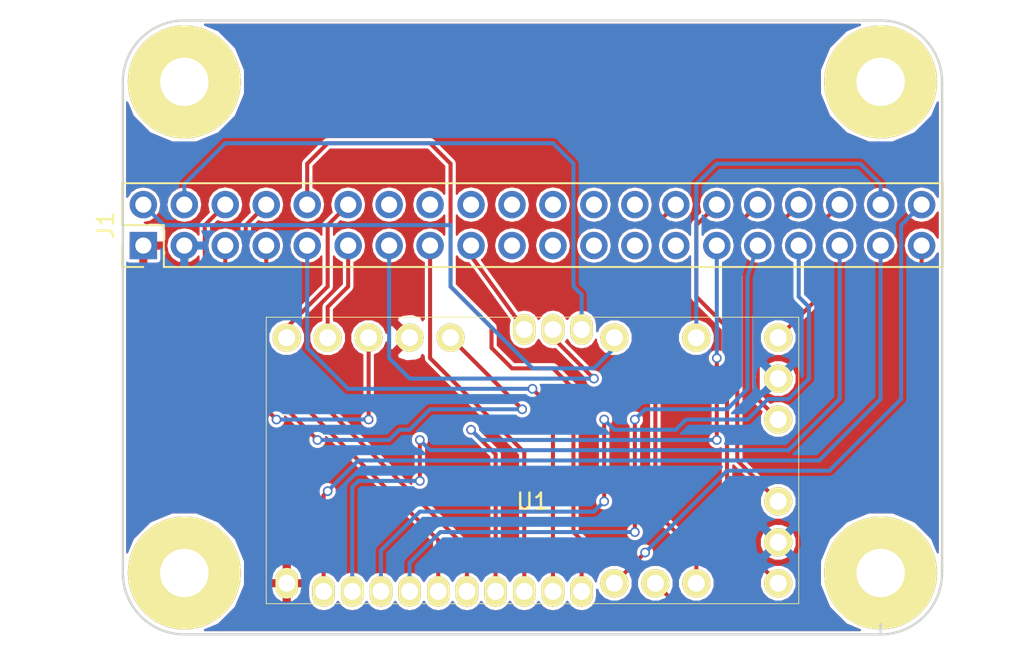
<source format=kicad_pcb>
(kicad_pcb (version 4) (host pcbnew 4.0.7-e2-6376~61~ubuntu18.04.1)

  (general
    (links 30)
    (no_connects 0)
    (area 43.18 66.04 106.680001 106.680001)
    (thickness 1.6)
    (drawings 9)
    (tracks 174)
    (zones 0)
    (modules 6)
    (nets 41)
  )

  (page A4)
  (layers
    (0 F.Cu signal)
    (31 B.Cu signal)
    (33 F.Adhes user)
    (35 F.Paste user)
    (37 F.SilkS user)
    (39 F.Mask user)
    (40 Dwgs.User user)
    (41 Cmts.User user)
    (42 Eco1.User user)
    (43 Eco2.User user)
    (44 Edge.Cuts user)
    (45 Margin user)
    (47 F.CrtYd user)
    (49 F.Fab user)
  )

  (setup
    (last_trace_width 0.25)
    (trace_clearance 0.2)
    (zone_clearance 0.127)
    (zone_45_only no)
    (trace_min 0.2)
    (segment_width 0.2)
    (edge_width 0.15)
    (via_size 0.6)
    (via_drill 0.4)
    (via_min_size 0.4)
    (via_min_drill 0.3)
    (uvia_size 0.3)
    (uvia_drill 0.1)
    (uvias_allowed no)
    (uvia_min_size 0.2)
    (uvia_min_drill 0.1)
    (pcb_text_width 0.3)
    (pcb_text_size 1.5 1.5)
    (mod_edge_width 0.15)
    (mod_text_size 1 1)
    (mod_text_width 0.15)
    (pad_size 1 1.524)
    (pad_drill 0.85)
    (pad_to_mask_clearance 0.2)
    (aux_axis_origin 0 0)
    (visible_elements FFFFFF7F)
    (pcbplotparams
      (layerselection 0x00030_80000001)
      (usegerberextensions false)
      (excludeedgelayer true)
      (linewidth 0.100000)
      (plotframeref false)
      (viasonmask false)
      (mode 1)
      (useauxorigin false)
      (hpglpennumber 1)
      (hpglpenspeed 20)
      (hpglpendiameter 15)
      (hpglpenoverlay 2)
      (psnegative false)
      (psa4output false)
      (plotreference true)
      (plotvalue true)
      (plotinvisibletext false)
      (padsonsilk false)
      (subtractmaskfromsilk false)
      (outputformat 1)
      (mirror false)
      (drillshape 1)
      (scaleselection 1)
      (outputdirectory ""))
  )

  (net 0 "")
  (net 1 GND)
  (net 2 BATT+)
  (net 3 BATT-)
  (net 4 5V)
  (net 5 RESET)
  (net 6 3.3V)
  (net 7 BT3)
  (net 8 BT1)
  (net 9 LED6)
  (net 10 SCL)
  (net 11 SDA)
  (net 12 BT2)
  (net 13 Data5)
  (net 14 RX1)
  (net 15 TX1)
  (net 16 Data4)
  (net 17 Data3)
  (net 18 Data2)
  (net 19 Data1)
  (net 20 LED1)
  (net 21 SP+)
  (net 22 SP-)
  (net 23 LED3)
  (net 24 LED4)
  (net 25 LED5)
  (net 26 LED2)
  (net 27 SWDIO)
  (net 28 SWDCLK)
  (net 29 "Net-(J1-Pad14)")
  (net 30 "Net-(J1-Pad16)")
  (net 31 "Net-(J1-Pad18)")
  (net 32 "Net-(J1-Pad19)")
  (net 33 "Net-(J1-Pad20)")
  (net 34 "Net-(J1-Pad21)")
  (net 35 "Net-(J1-Pad22)")
  (net 36 "Net-(J1-Pad23)")
  (net 37 "Net-(J1-Pad24)")
  (net 38 "Net-(J1-Pad25)")
  (net 39 "Net-(J1-Pad26)")
  (net 40 "Net-(J1-Pad27)")

  (net_class Default "This is the default net class."
    (clearance 0.2)
    (trace_width 0.25)
    (via_dia 0.6)
    (via_drill 0.4)
    (uvia_dia 0.3)
    (uvia_drill 0.1)
    (add_net 3.3V)
    (add_net 5V)
    (add_net BATT+)
    (add_net BATT-)
    (add_net BT1)
    (add_net BT2)
    (add_net BT3)
    (add_net Data1)
    (add_net Data2)
    (add_net Data3)
    (add_net Data4)
    (add_net Data5)
    (add_net LED1)
    (add_net LED2)
    (add_net LED3)
    (add_net LED4)
    (add_net LED5)
    (add_net LED6)
    (add_net "Net-(J1-Pad14)")
    (add_net "Net-(J1-Pad16)")
    (add_net "Net-(J1-Pad18)")
    (add_net "Net-(J1-Pad19)")
    (add_net "Net-(J1-Pad20)")
    (add_net "Net-(J1-Pad21)")
    (add_net "Net-(J1-Pad22)")
    (add_net "Net-(J1-Pad23)")
    (add_net "Net-(J1-Pad24)")
    (add_net "Net-(J1-Pad25)")
    (add_net "Net-(J1-Pad26)")
    (add_net "Net-(J1-Pad27)")
    (add_net RESET)
    (add_net RX1)
    (add_net SCL)
    (add_net SDA)
    (add_net SP+)
    (add_net SP-)
    (add_net SWDCLK)
    (add_net SWDIO)
    (add_net TX1)
  )

  (net_class powa ""
    (clearance 0.2)
    (trace_width 0.5)
    (via_dia 0.6)
    (via_drill 0.4)
    (uvia_dia 0.3)
    (uvia_drill 0.1)
    (add_net GND)
  )

  (module lightsaber_parts:screw_hole (layer F.Cu) (tedit 582573F1) (tstamp 5A703F18)
    (at 54.61 71.12)
    (fp_text reference REF** (at 0 0.5) (layer F.SilkS)
      (effects (font (size 1 1) (thickness 0.15)))
    )
    (fp_text value screw_hole (at 0 -0.5) (layer F.Fab)
      (effects (font (size 1 1) (thickness 0.15)))
    )
    (pad 0 thru_hole circle (at 0 0) (size 7 7) (drill 3) (layers *.Cu *.Mask F.SilkS))
  )

  (module Pin_Headers:Pin_Header_Straight_2x20_Pitch2.54mm (layer F.Cu) (tedit 59650533) (tstamp 5A71435E)
    (at 52.07 81.28 90)
    (descr "Through hole straight pin header, 2x20, 2.54mm pitch, double rows")
    (tags "Through hole pin header THT 2x20 2.54mm double row")
    (path /5B81CF84)
    (fp_text reference J1 (at 1.27 -2.33 90) (layer F.SilkS)
      (effects (font (size 1 1) (thickness 0.15)))
    )
    (fp_text value Conn_02x20_Odd_Even (at 1.27 50.59 90) (layer F.Fab)
      (effects (font (size 1 1) (thickness 0.15)))
    )
    (fp_line (start 0 -1.27) (end 3.81 -1.27) (layer F.Fab) (width 0.1))
    (fp_line (start 3.81 -1.27) (end 3.81 49.53) (layer F.Fab) (width 0.1))
    (fp_line (start 3.81 49.53) (end -1.27 49.53) (layer F.Fab) (width 0.1))
    (fp_line (start -1.27 49.53) (end -1.27 0) (layer F.Fab) (width 0.1))
    (fp_line (start -1.27 0) (end 0 -1.27) (layer F.Fab) (width 0.1))
    (fp_line (start -1.33 49.59) (end 3.87 49.59) (layer F.SilkS) (width 0.12))
    (fp_line (start -1.33 1.27) (end -1.33 49.59) (layer F.SilkS) (width 0.12))
    (fp_line (start 3.87 -1.33) (end 3.87 49.59) (layer F.SilkS) (width 0.12))
    (fp_line (start -1.33 1.27) (end 1.27 1.27) (layer F.SilkS) (width 0.12))
    (fp_line (start 1.27 1.27) (end 1.27 -1.33) (layer F.SilkS) (width 0.12))
    (fp_line (start 1.27 -1.33) (end 3.87 -1.33) (layer F.SilkS) (width 0.12))
    (fp_line (start -1.33 0) (end -1.33 -1.33) (layer F.SilkS) (width 0.12))
    (fp_line (start -1.33 -1.33) (end 0 -1.33) (layer F.SilkS) (width 0.12))
    (fp_line (start -1.8 -1.8) (end -1.8 50.05) (layer F.CrtYd) (width 0.05))
    (fp_line (start -1.8 50.05) (end 4.35 50.05) (layer F.CrtYd) (width 0.05))
    (fp_line (start 4.35 50.05) (end 4.35 -1.8) (layer F.CrtYd) (width 0.05))
    (fp_line (start 4.35 -1.8) (end -1.8 -1.8) (layer F.CrtYd) (width 0.05))
    (fp_text user %R (at 1.27 24.13 180) (layer F.Fab)
      (effects (font (size 1 1) (thickness 0.15)))
    )
    (pad 1 thru_hole rect (at 0 0 90) (size 1.7 1.7) (drill 1) (layers *.Cu *.Mask)
      (net 1 GND))
    (pad 2 thru_hole oval (at 2.54 0 90) (size 1.7 1.7) (drill 1) (layers *.Cu *.Mask)
      (net 2 BATT+))
    (pad 3 thru_hole oval (at 0 2.54 90) (size 1.7 1.7) (drill 1) (layers *.Cu *.Mask)
      (net 3 BATT-))
    (pad 4 thru_hole oval (at 2.54 2.54 90) (size 1.7 1.7) (drill 1) (layers *.Cu *.Mask)
      (net 4 5V))
    (pad 5 thru_hole oval (at 0 5.08 90) (size 1.7 1.7) (drill 1) (layers *.Cu *.Mask)
      (net 5 RESET))
    (pad 6 thru_hole oval (at 2.54 5.08 90) (size 1.7 1.7) (drill 1) (layers *.Cu *.Mask)
      (net 6 3.3V))
    (pad 7 thru_hole oval (at 0 7.62 90) (size 1.7 1.7) (drill 1) (layers *.Cu *.Mask)
      (net 14 RX1))
    (pad 8 thru_hole oval (at 2.54 7.62 90) (size 1.7 1.7) (drill 1) (layers *.Cu *.Mask)
      (net 15 TX1))
    (pad 9 thru_hole oval (at 0 10.16 90) (size 1.7 1.7) (drill 1) (layers *.Cu *.Mask)
      (net 11 SDA))
    (pad 10 thru_hole oval (at 2.54 10.16 90) (size 1.7 1.7) (drill 1) (layers *.Cu *.Mask)
      (net 10 SCL))
    (pad 11 thru_hole oval (at 0 12.7 90) (size 1.7 1.7) (drill 1) (layers *.Cu *.Mask)
      (net 27 SWDIO))
    (pad 12 thru_hole oval (at 2.54 12.7 90) (size 1.7 1.7) (drill 1) (layers *.Cu *.Mask)
      (net 28 SWDCLK))
    (pad 13 thru_hole oval (at 0 15.24 90) (size 1.7 1.7) (drill 1) (layers *.Cu *.Mask)
      (net 8 BT1))
    (pad 14 thru_hole oval (at 2.54 15.24 90) (size 1.7 1.7) (drill 1) (layers *.Cu *.Mask)
      (net 29 "Net-(J1-Pad14)"))
    (pad 15 thru_hole oval (at 0 17.78 90) (size 1.7 1.7) (drill 1) (layers *.Cu *.Mask)
      (net 12 BT2))
    (pad 16 thru_hole oval (at 2.54 17.78 90) (size 1.7 1.7) (drill 1) (layers *.Cu *.Mask)
      (net 30 "Net-(J1-Pad16)"))
    (pad 17 thru_hole oval (at 0 20.32 90) (size 1.7 1.7) (drill 1) (layers *.Cu *.Mask)
      (net 7 BT3))
    (pad 18 thru_hole oval (at 2.54 20.32 90) (size 1.7 1.7) (drill 1) (layers *.Cu *.Mask)
      (net 31 "Net-(J1-Pad18)"))
    (pad 19 thru_hole oval (at 0 22.86 90) (size 1.7 1.7) (drill 1) (layers *.Cu *.Mask)
      (net 32 "Net-(J1-Pad19)"))
    (pad 20 thru_hole oval (at 2.54 22.86 90) (size 1.7 1.7) (drill 1) (layers *.Cu *.Mask)
      (net 33 "Net-(J1-Pad20)"))
    (pad 21 thru_hole oval (at 0 25.4 90) (size 1.7 1.7) (drill 1) (layers *.Cu *.Mask)
      (net 34 "Net-(J1-Pad21)"))
    (pad 22 thru_hole oval (at 2.54 25.4 90) (size 1.7 1.7) (drill 1) (layers *.Cu *.Mask)
      (net 35 "Net-(J1-Pad22)"))
    (pad 23 thru_hole oval (at 0 27.94 90) (size 1.7 1.7) (drill 1) (layers *.Cu *.Mask)
      (net 36 "Net-(J1-Pad23)"))
    (pad 24 thru_hole oval (at 2.54 27.94 90) (size 1.7 1.7) (drill 1) (layers *.Cu *.Mask)
      (net 37 "Net-(J1-Pad24)"))
    (pad 25 thru_hole oval (at 0 30.48 90) (size 1.7 1.7) (drill 1) (layers *.Cu *.Mask)
      (net 38 "Net-(J1-Pad25)"))
    (pad 26 thru_hole oval (at 2.54 30.48 90) (size 1.7 1.7) (drill 1) (layers *.Cu *.Mask)
      (net 39 "Net-(J1-Pad26)"))
    (pad 27 thru_hole oval (at 0 33.02 90) (size 1.7 1.7) (drill 1) (layers *.Cu *.Mask)
      (net 40 "Net-(J1-Pad27)"))
    (pad 28 thru_hole oval (at 2.54 33.02 90) (size 1.7 1.7) (drill 1) (layers *.Cu *.Mask)
      (net 9 LED6))
    (pad 29 thru_hole oval (at 0 35.56 90) (size 1.7 1.7) (drill 1) (layers *.Cu *.Mask)
      (net 13 Data5))
    (pad 30 thru_hole oval (at 2.54 35.56 90) (size 1.7 1.7) (drill 1) (layers *.Cu *.Mask)
      (net 25 LED5))
    (pad 31 thru_hole oval (at 0 38.1 90) (size 1.7 1.7) (drill 1) (layers *.Cu *.Mask)
      (net 16 Data4))
    (pad 32 thru_hole oval (at 2.54 38.1 90) (size 1.7 1.7) (drill 1) (layers *.Cu *.Mask)
      (net 24 LED4))
    (pad 33 thru_hole oval (at 0 40.64 90) (size 1.7 1.7) (drill 1) (layers *.Cu *.Mask)
      (net 17 Data3))
    (pad 34 thru_hole oval (at 2.54 40.64 90) (size 1.7 1.7) (drill 1) (layers *.Cu *.Mask)
      (net 23 LED3))
    (pad 35 thru_hole oval (at 0 43.18 90) (size 1.7 1.7) (drill 1) (layers *.Cu *.Mask)
      (net 18 Data2))
    (pad 36 thru_hole oval (at 2.54 43.18 90) (size 1.7 1.7) (drill 1) (layers *.Cu *.Mask)
      (net 26 LED2))
    (pad 37 thru_hole oval (at 0 45.72 90) (size 1.7 1.7) (drill 1) (layers *.Cu *.Mask)
      (net 19 Data1))
    (pad 38 thru_hole oval (at 2.54 45.72 90) (size 1.7 1.7) (drill 1) (layers *.Cu *.Mask)
      (net 20 LED1))
    (pad 39 thru_hole oval (at 0 48.26 90) (size 1.7 1.7) (drill 1) (layers *.Cu *.Mask)
      (net 21 SP+))
    (pad 40 thru_hole oval (at 2.54 48.26 90) (size 1.7 1.7) (drill 1) (layers *.Cu *.Mask)
      (net 22 SP-))
    (model ${KISYS3DMOD}/Pin_Headers.3dshapes/Pin_Header_Straight_2x20_Pitch2.54mm.wrl
      (at (xyz 0 0 0))
      (scale (xyz 1 1 1))
      (rotate (xyz 0 0 0))
    )
  )

  (module lightsaber_parts:screw_hole (layer F.Cu) (tedit 582573F1) (tstamp 5A714521)
    (at 97.79 101.6)
    (fp_text reference REF** (at 0 0.5) (layer F.SilkS)
      (effects (font (size 1 1) (thickness 0.15)))
    )
    (fp_text value screw_hole (at 0 -0.5) (layer F.Fab)
      (effects (font (size 1 1) (thickness 0.15)))
    )
    (pad 0 thru_hole circle (at 0 0) (size 7 7) (drill 3) (layers *.Cu *.Mask F.SilkS))
  )

  (module lightsaber_parts:screw_hole (layer F.Cu) (tedit 582573F1) (tstamp 5A71451C)
    (at 97.79 71.12)
    (fp_text reference REF** (at 0 0.5) (layer F.SilkS)
      (effects (font (size 1 1) (thickness 0.15)))
    )
    (fp_text value screw_hole (at 0 -0.5) (layer F.Fab)
      (effects (font (size 1 1) (thickness 0.15)))
    )
    (pad 0 thru_hole circle (at 0 0) (size 7 7) (drill 3) (layers *.Cu *.Mask F.SilkS))
  )

  (module lightsaber_parts:screw_hole (layer F.Cu) (tedit 582573F1) (tstamp 5A714517)
    (at 54.61 101.6)
    (fp_text reference REF** (at 0 0.5) (layer F.SilkS)
      (effects (font (size 1 1) (thickness 0.15)))
    )
    (fp_text value screw_hole (at 0 -0.5) (layer F.Fab)
      (effects (font (size 1 1) (thickness 0.15)))
    )
    (pad 0 thru_hole circle (at 0 0) (size 7 7) (drill 3) (layers *.Cu *.Mask F.SilkS))
  )

  (module lightsaber_parts:ProffieBoardV1.2 (layer F.Cu) (tedit 5AAE1882) (tstamp 5A75566F)
    (at 76.2 94.615)
    (path /5AAE85CB)
    (fp_text reference U1 (at 0 2.54) (layer F.SilkS)
      (effects (font (size 1 1) (thickness 0.15)))
    )
    (fp_text value ProffieBoardV1 (at 0 -2.54) (layer F.Fab)
      (effects (font (size 1 1) (thickness 0.15)))
    )
    (fp_line (start -16.51 -8.89) (end 16.51 -8.89) (layer F.SilkS) (width 0.05))
    (fp_line (start 16.51 -8.89) (end 16.51 8.89) (layer F.SilkS) (width 0.05))
    (fp_line (start 16.51 8.89) (end -16.51 8.89) (layer F.SilkS) (width 0.05))
    (fp_line (start -16.51 8.89) (end -16.51 -8.89) (layer F.SilkS) (width 0.05))
    (pad 25 thru_hole oval (at -0.508 -8.128) (size 1.4 1.9) (drill 1.05) (layers *.Cu *.Mask F.SilkS)
      (net 7 BT3))
    (pad 24 thru_hole oval (at 1.27 -8.128) (size 1.4 1.9) (drill 1.05) (layers *.Cu *.Mask F.SilkS)
      (net 8 BT1))
    (pad 23 thru_hole oval (at 3.048 -8.128) (size 1.4 1.9) (drill 1.05) (layers *.Cu *.Mask F.SilkS)
      (net 4 5V))
    (pad 14 thru_hole circle (at 10.16 7.62) (size 1.75 1.75) (drill 1.05) (layers *.Cu *.Mask F.SilkS)
      (net 9 LED6))
    (pad 11 thru_hole oval (at 3.048 8.128) (size 1.4 1.9) (drill 1.05) (layers *.Cu *.Mask F.SilkS)
      (net 10 SCL))
    (pad 10 thru_hole oval (at 1.27 8.128) (size 1.4 1.9) (drill 1.05) (layers *.Cu *.Mask F.SilkS)
      (net 11 SDA))
    (pad 9 thru_hole oval (at -0.508 8.128) (size 1.4 1.9) (drill 1.05) (layers *.Cu *.Mask F.SilkS)
      (net 12 BT2))
    (pad 8 thru_hole oval (at -2.286 8.128) (size 1.4 1.9) (drill 1.05) (layers *.Cu *.Mask F.SilkS)
      (net 13 Data5))
    (pad 7 thru_hole oval (at -4.064 8.128) (size 1.4 1.9) (drill 1.05) (layers *.Cu *.Mask F.SilkS)
      (net 14 RX1))
    (pad 6 thru_hole oval (at -5.842 8.128) (size 1.4 1.9) (drill 1.05) (layers *.Cu *.Mask F.SilkS)
      (net 15 TX1))
    (pad 5 thru_hole oval (at -7.62 8.128) (size 1.4 1.9) (drill 1.05) (layers *.Cu *.Mask F.SilkS)
      (net 16 Data4))
    (pad 4 thru_hole oval (at -9.398 8.128) (size 1.4 1.9) (drill 1.05) (layers *.Cu *.Mask F.SilkS)
      (net 17 Data3))
    (pad 3 thru_hole oval (at -11.176 8.128) (size 1.4 1.9) (drill 1.05) (layers *.Cu *.Mask F.SilkS)
      (net 18 Data2))
    (pad 2 thru_hole oval (at -12.954 8.128) (size 1.4 1.9) (drill 1.05) (layers *.Cu *.Mask F.SilkS)
      (net 19 Data1))
    (pad 21 thru_hole circle (at 10.16 -7.62) (size 1.75 1.75) (drill 1.05) (layers *.Cu *.Mask F.SilkS)
      (net 20 LED1))
    (pad 13 thru_hole circle (at 7.62 7.62) (size 1.75 1.75) (drill 1.05) (layers *.Cu *.Mask F.SilkS)
      (net 21 SP+))
    (pad 12 thru_hole circle (at 5.08 7.62) (size 1.75 1.75) (drill 1.05) (layers *.Cu *.Mask F.SilkS)
      (net 22 SP-))
    (pad 19 thru_hole circle (at 15.24 -5.08) (size 1.75 1.75) (drill 1.05) (layers *.Cu *.Mask F.SilkS)
      (net 3 BATT-))
    (pad 18 thru_hole circle (at 15.24 -2.54) (size 1.75 1.75) (drill 1.05) (layers *.Cu *.Mask F.SilkS)
      (net 23 LED3))
    (pad 17 thru_hole circle (at 15.24 2.54) (size 1.75 1.75) (drill 1.05) (layers *.Cu *.Mask F.SilkS)
      (net 24 LED4))
    (pad 1 thru_hole oval (at -15.24 7.62) (size 1.4 1.9) (drill 1.05) (layers *.Cu *.Mask F.SilkS)
      (net 1 GND))
    (pad 16 thru_hole circle (at 15.24 5.08) (size 1.75 1.75) (drill 1.05) (layers *.Cu *.Mask F.SilkS)
      (net 3 BATT-))
    (pad 15 thru_hole circle (at 15.24 7.62) (size 1.75 1.75) (drill 1.05) (layers *.Cu *.Mask F.SilkS)
      (net 25 LED5))
    (pad 20 thru_hole circle (at 15.24 -7.62) (size 1.75 1.75) (drill 1.05) (layers *.Cu *.Mask F.SilkS)
      (net 26 LED2))
    (pad 22 thru_hole circle (at 5.08 -7.62) (size 1.75 1.75) (drill 1.05) (layers *.Cu *.Mask F.SilkS)
      (net 2 BATT+))
    (pad 26 thru_hole circle (at -5.08 -7.62) (size 1.75 1.75) (drill 1.05) (layers *.Cu *.Mask F.SilkS)
      (net 5 RESET))
    (pad 27 thru_hole circle (at -7.62 -7.62) (size 1.75 1.75) (drill 1.05) (layers *.Cu *.Mask F.SilkS)
      (net 1 GND))
    (pad 28 thru_hole circle (at -10.16 -7.62) (size 1.75 1.75) (drill 1.05) (layers *.Cu *.Mask F.SilkS)
      (net 6 3.3V))
    (pad 29 thru_hole circle (at -12.7 -7.62) (size 1.75 1.75) (drill 1.05) (layers *.Cu *.Mask F.SilkS)
      (net 27 SWDIO))
    (pad 30 thru_hole circle (at -15.24 -7.62) (size 1.75 1.75) (drill 1.05) (layers *.Cu *.Mask F.SilkS)
      (net 28 SWDCLK))
  )

  (gr_line (start 50.8 71.12) (end 50.8 101.6) (angle 90) (layer Edge.Cuts) (width 0.15))
  (gr_line (start 97.79 67.31) (end 54.61 67.31) (angle 90) (layer Edge.Cuts) (width 0.15))
  (gr_line (start 101.6 101.6) (end 101.6 71.12) (angle 90) (layer Edge.Cuts) (width 0.15))
  (gr_arc (start 97.79 71.12) (end 97.79 67.31) (angle 90) (layer Edge.Cuts) (width 0.15))
  (gr_arc (start 54.61 71.12) (end 50.8 71.12) (angle 90) (layer Edge.Cuts) (width 0.15))
  (gr_line (start 97.79 105.41) (end 97.79 104.775) (angle 90) (layer Edge.Cuts) (width 0.15))
  (gr_line (start 54.61 105.41) (end 97.79 105.41) (angle 90) (layer Edge.Cuts) (width 0.15))
  (gr_arc (start 97.79 101.6) (end 101.6 101.6) (angle 90) (layer Edge.Cuts) (width 0.15))
  (gr_arc (start 54.61 101.6) (end 54.61 105.41) (angle 90) (layer Edge.Cuts) (width 0.15))

  (segment (start 81.28 86.995) (end 81.28 87.63) (width 0.25) (layer B.Cu) (net 2))
  (segment (start 81.28 87.63) (end 80.01 88.9) (width 0.25) (layer B.Cu) (net 2) (tstamp 5B946630))
  (segment (start 80.01 88.9) (end 76.2 88.9) (width 0.25) (layer B.Cu) (net 2) (tstamp 5B946631))
  (segment (start 76.2 88.9) (end 71.12 83.82) (width 0.25) (layer B.Cu) (net 2) (tstamp 5B946633))
  (segment (start 71.12 83.82) (end 71.12 80.01) (width 0.25) (layer B.Cu) (net 2) (tstamp 5B946635))
  (segment (start 71.12 80.01) (end 53.34 80.01) (width 0.25) (layer B.Cu) (net 2) (tstamp 5B946637))
  (segment (start 53.34 80.01) (end 52.07 78.74) (width 0.25) (layer B.Cu) (net 2) (tstamp 5B946638))
  (segment (start 52.07 78.74) (end 52.705 78.74) (width 0.25) (layer B.Cu) (net 2) (status 30))
  (segment (start 79.248 86.487) (end 79.248 84.328) (width 0.25) (layer B.Cu) (net 4))
  (segment (start 54.61 77.47) (end 54.61 78.74) (width 0.25) (layer B.Cu) (net 4) (tstamp 5B946622))
  (segment (start 57.15 74.93) (end 54.61 77.47) (width 0.25) (layer B.Cu) (net 4) (tstamp 5B946620))
  (segment (start 77.47 74.93) (end 57.15 74.93) (width 0.25) (layer B.Cu) (net 4) (tstamp 5B94661E))
  (segment (start 78.74 76.2) (end 77.47 74.93) (width 0.25) (layer B.Cu) (net 4) (tstamp 5B94661C))
  (segment (start 78.74 83.82) (end 78.74 76.2) (width 0.25) (layer B.Cu) (net 4) (tstamp 5B94661B))
  (segment (start 79.248 84.328) (end 78.74 83.82) (width 0.25) (layer B.Cu) (net 4) (tstamp 5B94661A))
  (segment (start 54.61 78.74) (end 55.245 78.74) (width 0.25) (layer B.Cu) (net 4) (status 30))
  (segment (start 78.74 85.979) (end 79.248 86.487) (width 0.25) (layer B.Cu) (net 4) (tstamp 5B81C68F))
  (segment (start 57.15 81.28) (end 57.15 87.63) (width 0.25) (layer F.Cu) (net 5) (status 10))
  (segment (start 75.565 91.44) (end 71.12 86.995) (width 0.25) (layer F.Cu) (net 5) (tstamp 5B81C625))
  (via (at 75.565 91.44) (size 0.6) (drill 0.4) (layers F.Cu B.Cu) (net 5))
  (segment (start 69.85 91.44) (end 75.565 91.44) (width 0.25) (layer B.Cu) (net 5) (tstamp 5B81C621))
  (segment (start 68.58 92.71) (end 69.85 91.44) (width 0.25) (layer B.Cu) (net 5) (tstamp 5B81C620))
  (segment (start 67.945 92.71) (end 68.58 92.71) (width 0.25) (layer B.Cu) (net 5) (tstamp 5B81C617))
  (segment (start 67.31 93.345) (end 67.945 92.71) (width 0.25) (layer B.Cu) (net 5) (tstamp 5B81C616))
  (segment (start 62.865 93.345) (end 67.31 93.345) (width 0.25) (layer B.Cu) (net 5) (tstamp 5B81C615))
  (via (at 62.865 93.345) (size 0.6) (drill 0.4) (layers F.Cu B.Cu) (net 5))
  (segment (start 57.15 87.63) (end 62.865 93.345) (width 0.25) (layer F.Cu) (net 5) (tstamp 5B81C60F))
  (segment (start 57.15 78.74) (end 55.88 80.01) (width 0.25) (layer F.Cu) (net 6) (status 10))
  (segment (start 66.04 92.075) (end 66.04 86.995) (width 0.25) (layer F.Cu) (net 6) (tstamp 5B81C5D6))
  (via (at 66.04 92.075) (size 0.6) (drill 0.4) (layers F.Cu B.Cu) (net 6))
  (segment (start 60.325 92.075) (end 66.04 92.075) (width 0.25) (layer B.Cu) (net 6) (tstamp 5B81C5D3))
  (via (at 60.325 92.075) (size 0.6) (drill 0.4) (layers F.Cu B.Cu) (net 6))
  (segment (start 55.88 87.63) (end 60.325 92.075) (width 0.25) (layer F.Cu) (net 6) (tstamp 5B81C5C9))
  (segment (start 55.88 80.01) (end 55.88 87.63) (width 0.25) (layer F.Cu) (net 6) (tstamp 5B81C5C7))
  (segment (start 72.39 81.28) (end 72.39 81.915) (width 0.25) (layer F.Cu) (net 7) (status 30))
  (segment (start 72.39 81.915) (end 75.692 86.487) (width 0.25) (layer F.Cu) (net 7) (tstamp 5B81C333) (status 10))
  (segment (start 77.47 86.487) (end 77.47 86.995) (width 0.25) (layer F.Cu) (net 8))
  (segment (start 77.47 86.995) (end 80.01 89.535) (width 0.25) (layer F.Cu) (net 8) (tstamp 5B81C6B5))
  (via (at 80.01 89.535) (size 0.6) (drill 0.4) (layers F.Cu B.Cu) (net 8))
  (segment (start 80.01 89.535) (end 68.58 89.535) (width 0.25) (layer B.Cu) (net 8) (tstamp 5B81C6B9))
  (segment (start 68.58 89.535) (end 67.31 88.265) (width 0.25) (layer B.Cu) (net 8) (tstamp 5B81C6BA))
  (segment (start 67.31 88.265) (end 67.31 81.28) (width 0.25) (layer B.Cu) (net 8) (tstamp 5B81C6BF) (status 20))
  (segment (start 85.09 78.74) (end 83.82 80.01) (width 0.25) (layer F.Cu) (net 9) (status 10))
  (segment (start 86.36 100.33) (end 86.36 102.235) (width 0.25) (layer F.Cu) (net 9) (tstamp 5B81C33D))
  (segment (start 83.82 97.79) (end 86.36 100.33) (width 0.25) (layer F.Cu) (net 9) (tstamp 5B81C33B))
  (segment (start 83.82 80.01) (end 83.82 97.79) (width 0.25) (layer F.Cu) (net 9) (tstamp 5B81C33A))
  (segment (start 62.23 78.74) (end 62.23 76.2) (width 0.25) (layer F.Cu) (net 10))
  (segment (start 79.248 99.568) (end 79.248 102.743) (width 0.25) (layer F.Cu) (net 10) (tstamp 5B946675))
  (segment (start 78.74 99.06) (end 79.248 99.568) (width 0.25) (layer F.Cu) (net 10) (tstamp 5B946674))
  (segment (start 78.74 90.17) (end 78.74 99.06) (width 0.25) (layer F.Cu) (net 10) (tstamp 5B946672))
  (segment (start 77.47 88.9) (end 78.74 90.17) (width 0.25) (layer F.Cu) (net 10) (tstamp 5B946670))
  (segment (start 74.93 88.9) (end 77.47 88.9) (width 0.25) (layer F.Cu) (net 10) (tstamp 5B94666E))
  (segment (start 73.66 87.63) (end 74.93 88.9) (width 0.25) (layer F.Cu) (net 10) (tstamp 5B94666D))
  (segment (start 73.66 86.36) (end 73.66 87.63) (width 0.25) (layer F.Cu) (net 10) (tstamp 5B94666C))
  (segment (start 71.12 83.82) (end 73.66 86.36) (width 0.25) (layer F.Cu) (net 10) (tstamp 5B94666B))
  (segment (start 71.12 76.2) (end 71.12 83.82) (width 0.25) (layer F.Cu) (net 10) (tstamp 5B94666A))
  (segment (start 69.85 74.93) (end 71.12 76.2) (width 0.25) (layer F.Cu) (net 10) (tstamp 5B946669))
  (segment (start 63.5 74.93) (end 69.85 74.93) (width 0.25) (layer F.Cu) (net 10) (tstamp 5B946668))
  (segment (start 62.23 76.2) (end 63.5 74.93) (width 0.25) (layer F.Cu) (net 10) (tstamp 5B946667))
  (segment (start 62.23 81.28) (end 62.23 87.63) (width 0.25) (layer B.Cu) (net 11) (status 10))
  (segment (start 77.47 91.44) (end 77.47 102.743) (width 0.25) (layer F.Cu) (net 11) (tstamp 5B81C530))
  (segment (start 76.2 90.17) (end 77.47 91.44) (width 0.25) (layer F.Cu) (net 11) (tstamp 5B81C52F))
  (via (at 76.2 90.17) (size 0.6) (drill 0.4) (layers F.Cu B.Cu) (net 11))
  (segment (start 64.77 90.17) (end 76.2 90.17) (width 0.25) (layer B.Cu) (net 11) (tstamp 5B81C529))
  (segment (start 62.23 87.63) (end 64.77 90.17) (width 0.25) (layer B.Cu) (net 11) (tstamp 5B81C523))
  (segment (start 69.85 81.28) (end 69.85 88.265) (width 0.25) (layer F.Cu) (net 12) (status 10))
  (segment (start 75.692 94.107) (end 75.692 102.743) (width 0.25) (layer F.Cu) (net 12) (tstamp 5B81C3D5))
  (segment (start 69.85 88.265) (end 75.692 94.107) (width 0.25) (layer F.Cu) (net 12) (tstamp 5B81C3D3))
  (segment (start 73.914 102.743) (end 73.914 94.234) (width 0.25) (layer F.Cu) (net 13))
  (segment (start 87.63 88.265) (end 87.63 81.28) (width 0.25) (layer B.Cu) (net 13) (tstamp 5B81C4F4) (status 20))
  (via (at 87.63 88.265) (size 0.6) (drill 0.4) (layers F.Cu B.Cu) (net 13))
  (segment (start 87.63 93.345) (end 87.63 88.265) (width 0.25) (layer F.Cu) (net 13) (tstamp 5B81C4F1))
  (via (at 87.63 93.345) (size 0.6) (drill 0.4) (layers F.Cu B.Cu) (net 13))
  (segment (start 73.025 93.345) (end 87.63 93.345) (width 0.25) (layer B.Cu) (net 13) (tstamp 5B81C4EB))
  (segment (start 72.39 92.71) (end 73.025 93.345) (width 0.25) (layer B.Cu) (net 13) (tstamp 5B81C4EA))
  (via (at 72.39 92.71) (size 0.6) (drill 0.4) (layers F.Cu B.Cu) (net 13))
  (segment (start 73.914 94.234) (end 72.39 92.71) (width 0.25) (layer F.Cu) (net 13) (tstamp 5B81C4E3))
  (segment (start 59.69 81.28) (end 59.69 87.63) (width 0.25) (layer F.Cu) (net 14) (status 10))
  (segment (start 72.136 100.076) (end 72.136 102.743) (width 0.25) (layer F.Cu) (net 14) (tstamp 5B81C3BD))
  (segment (start 59.69 87.63) (end 72.136 100.076) (width 0.25) (layer F.Cu) (net 14) (tstamp 5B81C3BC))
  (segment (start 59.69 78.74) (end 58.42 80.01) (width 0.25) (layer F.Cu) (net 15) (status 10))
  (segment (start 70.358 99.568) (end 70.358 102.743) (width 0.25) (layer F.Cu) (net 15) (tstamp 5B81C3CB))
  (segment (start 58.42 87.63) (end 70.358 99.568) (width 0.25) (layer F.Cu) (net 15) (tstamp 5B81C3C5))
  (segment (start 58.42 80.01) (end 58.42 87.63) (width 0.25) (layer F.Cu) (net 15) (tstamp 5B81C3C4))
  (segment (start 68.58 102.743) (end 68.58 100.965) (width 0.25) (layer B.Cu) (net 16))
  (segment (start 89.535 83.185) (end 90.17 81.28) (width 0.25) (layer B.Cu) (net 16) (tstamp 5B81C54C) (status 20))
  (segment (start 89.535 90.17) (end 89.535 83.185) (width 0.25) (layer B.Cu) (net 16) (tstamp 5B81C549))
  (segment (start 88.265 91.44) (end 89.535 90.17) (width 0.25) (layer B.Cu) (net 16) (tstamp 5B81C547))
  (segment (start 83.185 91.44) (end 88.265 91.44) (width 0.25) (layer B.Cu) (net 16) (tstamp 5B81C546))
  (segment (start 82.55 92.075) (end 83.185 91.44) (width 0.25) (layer B.Cu) (net 16) (tstamp 5B81C545))
  (via (at 82.55 92.075) (size 0.6) (drill 0.4) (layers F.Cu B.Cu) (net 16))
  (segment (start 82.55 99.06) (end 82.55 92.075) (width 0.25) (layer F.Cu) (net 16) (tstamp 5B81C542))
  (via (at 82.55 99.06) (size 0.6) (drill 0.4) (layers F.Cu B.Cu) (net 16))
  (segment (start 70.485 99.06) (end 82.55 99.06) (width 0.25) (layer B.Cu) (net 16) (tstamp 5B81C538))
  (segment (start 68.58 100.965) (end 70.485 99.06) (width 0.25) (layer B.Cu) (net 16) (tstamp 5B81C536))
  (segment (start 92.71 81.28) (end 92.71 84.455) (width 0.25) (layer B.Cu) (net 17) (status 10))
  (segment (start 66.802 100.203) (end 66.802 102.743) (width 0.25) (layer B.Cu) (net 17) (tstamp 5B81C588))
  (segment (start 69.215 97.79) (end 66.802 100.203) (width 0.25) (layer B.Cu) (net 17) (tstamp 5B81C586))
  (segment (start 80.01 97.79) (end 69.215 97.79) (width 0.25) (layer B.Cu) (net 17) (tstamp 5B81C585))
  (segment (start 80.645 97.155) (end 80.01 97.79) (width 0.25) (layer B.Cu) (net 17) (tstamp 5B81C584))
  (via (at 80.645 97.155) (size 0.6) (drill 0.4) (layers F.Cu B.Cu) (net 17))
  (segment (start 80.645 92.075) (end 80.645 97.155) (width 0.25) (layer F.Cu) (net 17) (tstamp 5B81C581))
  (via (at 80.645 92.075) (size 0.6) (drill 0.4) (layers F.Cu B.Cu) (net 17))
  (segment (start 81.28 92.71) (end 80.645 92.075) (width 0.25) (layer B.Cu) (net 17) (tstamp 5B81C57E))
  (segment (start 85.09 92.71) (end 81.28 92.71) (width 0.25) (layer B.Cu) (net 17) (tstamp 5B81C57C))
  (segment (start 85.725 92.075) (end 85.09 92.71) (width 0.25) (layer B.Cu) (net 17) (tstamp 5B81C57B))
  (segment (start 89.535 92.075) (end 85.725 92.075) (width 0.25) (layer B.Cu) (net 17) (tstamp 5B81C579))
  (segment (start 90.805 90.805) (end 89.535 92.075) (width 0.25) (layer B.Cu) (net 17) (tstamp 5B81C577))
  (segment (start 92.075 90.805) (end 90.805 90.805) (width 0.25) (layer B.Cu) (net 17) (tstamp 5B81C575))
  (segment (start 93.345 89.535) (end 92.075 90.805) (width 0.25) (layer B.Cu) (net 17) (tstamp 5B81C573))
  (segment (start 93.345 85.09) (end 93.345 89.535) (width 0.25) (layer B.Cu) (net 17) (tstamp 5B81C571))
  (segment (start 92.71 84.455) (end 93.345 85.09) (width 0.25) (layer B.Cu) (net 17) (tstamp 5B81C56E))
  (segment (start 95.25 81.28) (end 95.25 90.805) (width 0.25) (layer B.Cu) (net 18) (status 10))
  (segment (start 65.024 96.266) (end 65.024 102.743) (width 0.25) (layer B.Cu) (net 18) (tstamp 5B81C4CB))
  (segment (start 65.405 95.885) (end 65.024 96.266) (width 0.25) (layer B.Cu) (net 18) (tstamp 5B81C4CA))
  (segment (start 69.215 95.885) (end 65.405 95.885) (width 0.25) (layer B.Cu) (net 18) (tstamp 5B81C4C9))
  (via (at 69.215 95.885) (size 0.6) (drill 0.4) (layers F.Cu B.Cu) (net 18))
  (segment (start 69.215 93.345) (end 69.215 95.885) (width 0.25) (layer F.Cu) (net 18) (tstamp 5B81C4C6))
  (via (at 69.215 93.345) (size 0.6) (drill 0.4) (layers F.Cu B.Cu) (net 18))
  (segment (start 69.85 93.98) (end 69.215 93.345) (width 0.25) (layer B.Cu) (net 18) (tstamp 5B81C4C3))
  (segment (start 92.075 93.98) (end 69.85 93.98) (width 0.25) (layer B.Cu) (net 18) (tstamp 5B81C4B2))
  (segment (start 95.25 90.805) (end 92.075 93.98) (width 0.25) (layer B.Cu) (net 18) (tstamp 5B81C4AC))
  (segment (start 97.79 81.28) (end 97.79 90.805) (width 0.25) (layer B.Cu) (net 19) (status 10))
  (segment (start 63.246 96.774) (end 63.246 102.743) (width 0.25) (layer F.Cu) (net 19) (tstamp 5B81C459))
  (segment (start 63.5 96.52) (end 63.246 96.774) (width 0.25) (layer F.Cu) (net 19) (tstamp 5B81C458))
  (via (at 63.5 96.52) (size 0.6) (drill 0.4) (layers F.Cu B.Cu) (net 19))
  (segment (start 65.405 94.615) (end 63.5 96.52) (width 0.25) (layer B.Cu) (net 19) (tstamp 5B81C44F))
  (segment (start 67.31 94.615) (end 65.405 94.615) (width 0.25) (layer B.Cu) (net 19) (tstamp 5B81C449))
  (segment (start 68.58 94.615) (end 67.31 94.615) (width 0.25) (layer B.Cu) (net 19) (tstamp 5B81C446))
  (segment (start 93.98 94.615) (end 68.58 94.615) (width 0.25) (layer B.Cu) (net 19) (tstamp 5B81C444))
  (segment (start 97.79 90.805) (end 93.98 94.615) (width 0.25) (layer B.Cu) (net 19) (tstamp 5B81C440))
  (segment (start 86.36 86.995) (end 86.36 77.47) (width 0.25) (layer B.Cu) (net 20))
  (segment (start 97.79 77.47) (end 97.79 78.74) (width 0.25) (layer B.Cu) (net 20) (tstamp 5B946616))
  (segment (start 96.52 76.2) (end 97.79 77.47) (width 0.25) (layer B.Cu) (net 20) (tstamp 5B946615))
  (segment (start 87.63 76.2) (end 96.52 76.2) (width 0.25) (layer B.Cu) (net 20) (tstamp 5B946614))
  (segment (start 86.36 77.47) (end 87.63 76.2) (width 0.25) (layer B.Cu) (net 20) (tstamp 5B946613))
  (segment (start 97.155 78.74) (end 97.79 78.74) (width 0.25) (layer B.Cu) (net 20) (tstamp 5B81C49E) (status 30))
  (segment (start 100.33 81.28) (end 100.33 91.44) (width 0.25) (layer F.Cu) (net 21) (status 10))
  (segment (start 85.725 104.14) (end 83.82 102.235) (width 0.25) (layer F.Cu) (net 21) (tstamp 5B81C3FE))
  (segment (start 92.075 104.14) (end 85.725 104.14) (width 0.25) (layer F.Cu) (net 21) (tstamp 5B81C3FC))
  (segment (start 93.345 102.87) (end 92.075 104.14) (width 0.25) (layer F.Cu) (net 21) (tstamp 5B81C3FA))
  (segment (start 93.345 98.425) (end 93.345 102.87) (width 0.25) (layer F.Cu) (net 21) (tstamp 5B81C3F8))
  (segment (start 100.33 91.44) (end 93.345 98.425) (width 0.25) (layer F.Cu) (net 21) (tstamp 5B81C3F6))
  (segment (start 81.28 102.235) (end 83.185 100.33) (width 0.25) (layer F.Cu) (net 22))
  (segment (start 99.06 80.01) (end 100.33 78.74) (width 0.25) (layer B.Cu) (net 22) (tstamp 5B81C417) (status 20))
  (segment (start 99.06 90.805) (end 99.06 80.01) (width 0.25) (layer B.Cu) (net 22) (tstamp 5B81C414))
  (segment (start 94.615 95.25) (end 99.06 90.805) (width 0.25) (layer B.Cu) (net 22) (tstamp 5B81C411))
  (segment (start 88.265 95.25) (end 94.615 95.25) (width 0.25) (layer B.Cu) (net 22) (tstamp 5B81C408))
  (segment (start 83.185 100.33) (end 88.265 95.25) (width 0.25) (layer B.Cu) (net 22) (tstamp 5B81C407))
  (via (at 83.185 100.33) (size 0.6) (drill 0.4) (layers F.Cu B.Cu) (net 22))
  (segment (start 91.44 92.075) (end 90.17 90.805) (width 0.25) (layer F.Cu) (net 23))
  (segment (start 91.44 80.01) (end 92.71 78.74) (width 0.25) (layer F.Cu) (net 23) (tstamp 5B81C38F) (status 20))
  (segment (start 91.44 84.455) (end 91.44 80.01) (width 0.25) (layer F.Cu) (net 23) (tstamp 5B81C38E))
  (segment (start 90.17 85.725) (end 91.44 84.455) (width 0.25) (layer F.Cu) (net 23) (tstamp 5B81C38D))
  (segment (start 90.17 90.805) (end 90.17 85.725) (width 0.25) (layer F.Cu) (net 23) (tstamp 5B81C389))
  (segment (start 90.17 78.74) (end 88.9 80.01) (width 0.25) (layer F.Cu) (net 24) (status 10))
  (segment (start 88.9 94.615) (end 91.44 97.155) (width 0.25) (layer F.Cu) (net 24) (tstamp 5B81C382))
  (segment (start 88.9 80.01) (end 88.9 94.615) (width 0.25) (layer F.Cu) (net 24) (tstamp 5B81C381))
  (segment (start 87.63 78.74) (end 86.36 80.01) (width 0.25) (layer F.Cu) (net 25) (status 10))
  (segment (start 88.265 99.06) (end 91.44 102.235) (width 0.25) (layer F.Cu) (net 25) (tstamp 5B81C37D))
  (segment (start 88.265 86.36) (end 88.265 99.06) (width 0.25) (layer F.Cu) (net 25) (tstamp 5B81C378))
  (segment (start 86.36 84.455) (end 88.265 86.36) (width 0.25) (layer F.Cu) (net 25) (tstamp 5B81C376))
  (segment (start 86.36 80.01) (end 86.36 84.455) (width 0.25) (layer F.Cu) (net 25) (tstamp 5B81C375))
  (segment (start 90.805 102.235) (end 91.44 102.235) (width 0.25) (layer F.Cu) (net 25) (tstamp 5B81C347))
  (segment (start 95.25 78.74) (end 93.98 80.01) (width 0.25) (layer F.Cu) (net 26) (status 10))
  (segment (start 93.98 84.455) (end 91.44 86.995) (width 0.25) (layer F.Cu) (net 26) (tstamp 5B81C393))
  (segment (start 93.98 80.01) (end 93.98 84.455) (width 0.25) (layer F.Cu) (net 26) (tstamp 5B81C392))
  (segment (start 64.77 81.28) (end 64.77 83.82) (width 0.25) (layer F.Cu) (net 27) (status 10))
  (segment (start 63.5 85.09) (end 63.5 86.995) (width 0.25) (layer F.Cu) (net 27) (tstamp 5B81C324))
  (segment (start 64.77 83.82) (end 63.5 85.09) (width 0.25) (layer F.Cu) (net 27) (tstamp 5B81C322))
  (segment (start 64.77 78.74) (end 63.5 80.01) (width 0.25) (layer F.Cu) (net 28) (status 10))
  (segment (start 63.5 83.82) (end 60.96 86.36) (width 0.25) (layer F.Cu) (net 28) (tstamp 5B81C329))
  (segment (start 63.5 80.01) (end 63.5 83.82) (width 0.25) (layer F.Cu) (net 28) (tstamp 5B81C328))
  (segment (start 60.96 86.36) (end 60.96 86.995) (width 0.25) (layer F.Cu) (net 28) (tstamp 5B81C32B))

  (zone (net 1) (net_name GND) (layer F.Cu) (tstamp 5B81BF0A) (hatch edge 0.508)
    (connect_pads (clearance 0.127))
    (min_thickness 0.127)
    (fill yes (arc_segments 16) (thermal_gap 0.508) (thermal_bridge_width 0.508))
    (polygon
      (pts
        (xy 43.18 66.04) (xy 106.68 66.04) (xy 106.68 106.68) (xy 43.18 106.68)
      )
    )
    (filled_polygon
      (pts
        (xy 95.660934 67.9276) (xy 94.601321 68.985365) (xy 94.027155 70.368109) (xy 94.025848 71.865322) (xy 94.5976 73.249066)
        (xy 95.655365 74.308679) (xy 97.038109 74.882845) (xy 98.535322 74.884152) (xy 99.919066 74.3124) (xy 100.978679 73.254635)
        (xy 101.3345 72.397724) (xy 101.3345 78.255789) (xy 101.117363 77.930822) (xy 100.756118 77.689445) (xy 100.33 77.604685)
        (xy 99.903882 77.689445) (xy 99.542637 77.930822) (xy 99.30126 78.292067) (xy 99.2165 78.718185) (xy 99.2165 78.761815)
        (xy 99.30126 79.187933) (xy 99.542637 79.549178) (xy 99.903882 79.790555) (xy 100.33 79.875315) (xy 100.756118 79.790555)
        (xy 101.117363 79.549178) (xy 101.3345 79.224211) (xy 101.3345 80.795789) (xy 101.117363 80.470822) (xy 100.756118 80.229445)
        (xy 100.33 80.144685) (xy 99.903882 80.229445) (xy 99.542637 80.470822) (xy 99.30126 80.832067) (xy 99.2165 81.258185)
        (xy 99.2165 81.301815) (xy 99.30126 81.727933) (xy 99.542637 82.089178) (xy 99.903882 82.330555) (xy 99.9415 82.338038)
        (xy 99.9415 91.279078) (xy 93.070289 98.150289) (xy 92.986073 98.276327) (xy 92.9565 98.425) (xy 92.9565 102.709078)
        (xy 91.914078 103.7515) (xy 85.885922 103.7515) (xy 84.852259 102.717837) (xy 84.958302 102.462455) (xy 84.958698 102.009532)
        (xy 84.785737 101.590934) (xy 84.465751 101.270389) (xy 84.047455 101.096698) (xy 83.594532 101.096302) (xy 83.175934 101.269263)
        (xy 82.855389 101.589249) (xy 82.681698 102.007545) (xy 82.681302 102.460468) (xy 82.854263 102.879066) (xy 83.174249 103.199611)
        (xy 83.592545 103.373302) (xy 84.045468 103.373698) (xy 84.302905 103.267327) (xy 85.450289 104.414711) (xy 85.576328 104.498928)
        (xy 85.725 104.5285) (xy 92.075 104.5285) (xy 92.223673 104.498927) (xy 92.349711 104.414711) (xy 93.619711 103.144711)
        (xy 93.648953 103.100947) (xy 93.703927 103.018673) (xy 93.7335 102.87) (xy 93.7335 98.585922) (xy 100.604711 91.714711)
        (xy 100.688928 91.588672) (xy 100.7185 91.44) (xy 100.7185 82.338038) (xy 100.756118 82.330555) (xy 101.117363 82.089178)
        (xy 101.3345 81.764211) (xy 101.3345 100.32308) (xy 100.9824 99.470934) (xy 99.924635 98.411321) (xy 98.541891 97.837155)
        (xy 97.044678 97.835848) (xy 95.660934 98.4076) (xy 94.601321 99.465365) (xy 94.027155 100.848109) (xy 94.025848 102.345322)
        (xy 94.5976 103.729066) (xy 95.655365 104.788679) (xy 96.512276 105.1445) (xy 55.88692 105.1445) (xy 56.739066 104.7924)
        (xy 57.798679 103.734635) (xy 58.259093 102.625834) (xy 59.690457 102.625834) (xy 59.84099 103.100947) (xy 60.161882 103.482287)
        (xy 60.575184 103.69687) (xy 60.7695 103.597432) (xy 60.7695 102.4255) (xy 61.1505 102.4255) (xy 61.1505 103.597432)
        (xy 61.344816 103.69687) (xy 61.758118 103.482287) (xy 62.07901 103.100947) (xy 62.229543 102.625834) (xy 62.093069 102.4255)
        (xy 61.1505 102.4255) (xy 60.7695 102.4255) (xy 59.826931 102.4255) (xy 59.690457 102.625834) (xy 58.259093 102.625834)
        (xy 58.372845 102.351891) (xy 58.373288 101.844166) (xy 59.690457 101.844166) (xy 59.826931 102.0445) (xy 60.7695 102.0445)
        (xy 60.7695 100.872568) (xy 61.1505 100.872568) (xy 61.1505 102.0445) (xy 62.093069 102.0445) (xy 62.229543 101.844166)
        (xy 62.07901 101.369053) (xy 61.758118 100.987713) (xy 61.344816 100.77313) (xy 61.1505 100.872568) (xy 60.7695 100.872568)
        (xy 60.575184 100.77313) (xy 60.161882 100.987713) (xy 59.84099 101.369053) (xy 59.690457 101.844166) (xy 58.373288 101.844166)
        (xy 58.374152 100.854678) (xy 57.8024 99.470934) (xy 56.744635 98.411321) (xy 55.361891 97.837155) (xy 53.864678 97.835848)
        (xy 52.480934 98.4076) (xy 51.421321 99.465365) (xy 51.0655 100.322276) (xy 51.0655 82.684591) (xy 51.106321 82.7015)
        (xy 51.736625 82.7015) (xy 51.8795 82.558625) (xy 51.8795 81.4705) (xy 52.2605 81.4705) (xy 52.2605 82.558625)
        (xy 52.403375 82.7015) (xy 53.033679 82.7015) (xy 53.243729 82.614494) (xy 53.404494 82.453728) (xy 53.4915 82.243678)
        (xy 53.4915 81.613375) (xy 53.348625 81.4705) (xy 52.2605 81.4705) (xy 51.8795 81.4705) (xy 51.8595 81.4705)
        (xy 51.8595 81.258185) (xy 53.4965 81.258185) (xy 53.4965 81.301815) (xy 53.58126 81.727933) (xy 53.822637 82.089178)
        (xy 54.183882 82.330555) (xy 54.61 82.415315) (xy 55.036118 82.330555) (xy 55.397363 82.089178) (xy 55.4915 81.948292)
        (xy 55.4915 87.63) (xy 55.521073 87.778673) (xy 55.530282 87.792455) (xy 55.605289 87.904711) (xy 59.761512 92.060934)
        (xy 59.761402 92.186595) (xy 59.847009 92.39378) (xy 60.005386 92.552434) (xy 60.212421 92.638402) (xy 60.436595 92.638598)
        (xy 60.64378 92.552991) (xy 60.802434 92.394614) (xy 60.888402 92.187579) (xy 60.888598 91.963405) (xy 60.856641 91.886063)
        (xy 62.301512 93.330934) (xy 62.301402 93.456595) (xy 62.387009 93.66378) (xy 62.545386 93.822434) (xy 62.752421 93.908402)
        (xy 62.976595 93.908598) (xy 63.18378 93.822991) (xy 63.342434 93.664614) (xy 63.428402 93.457579) (xy 63.428598 93.233405)
        (xy 63.396641 93.156063) (xy 69.9695 99.728922) (xy 69.9695 101.592288) (xy 69.676703 101.787929) (xy 69.469 102.098778)
        (xy 69.261297 101.787929) (xy 68.948715 101.579068) (xy 68.58 101.505726) (xy 68.211285 101.579068) (xy 67.898703 101.787929)
        (xy 67.691 102.098778) (xy 67.483297 101.787929) (xy 67.170715 101.579068) (xy 66.802 101.505726) (xy 66.433285 101.579068)
        (xy 66.120703 101.787929) (xy 65.913 102.098778) (xy 65.705297 101.787929) (xy 65.392715 101.579068) (xy 65.024 101.505726)
        (xy 64.655285 101.579068) (xy 64.342703 101.787929) (xy 64.135 102.098778) (xy 63.927297 101.787929) (xy 63.6345 101.592288)
        (xy 63.6345 97.074134) (xy 63.81878 96.997991) (xy 63.977434 96.839614) (xy 64.063402 96.632579) (xy 64.063598 96.408405)
        (xy 63.977991 96.20122) (xy 63.819614 96.042566) (xy 63.612579 95.956598) (xy 63.388405 95.956402) (xy 63.18122 96.042009)
        (xy 63.022566 96.200386) (xy 62.936598 96.407421) (xy 62.936472 96.551396) (xy 62.887073 96.625327) (xy 62.8575 96.774)
        (xy 62.8575 101.592288) (xy 62.564703 101.787929) (xy 62.355842 102.100511) (xy 62.2825 102.469226) (xy 62.2825 103.016774)
        (xy 62.355842 103.385489) (xy 62.564703 103.698071) (xy 62.877285 103.906932) (xy 63.246 103.980274) (xy 63.614715 103.906932)
        (xy 63.927297 103.698071) (xy 64.135 103.387222) (xy 64.342703 103.698071) (xy 64.655285 103.906932) (xy 65.024 103.980274)
        (xy 65.392715 103.906932) (xy 65.705297 103.698071) (xy 65.913 103.387222) (xy 66.120703 103.698071) (xy 66.433285 103.906932)
        (xy 66.802 103.980274) (xy 67.170715 103.906932) (xy 67.483297 103.698071) (xy 67.691 103.387222) (xy 67.898703 103.698071)
        (xy 68.211285 103.906932) (xy 68.58 103.980274) (xy 68.948715 103.906932) (xy 69.261297 103.698071) (xy 69.469 103.387222)
        (xy 69.676703 103.698071) (xy 69.989285 103.906932) (xy 70.358 103.980274) (xy 70.726715 103.906932) (xy 71.039297 103.698071)
        (xy 71.247 103.387222) (xy 71.454703 103.698071) (xy 71.767285 103.906932) (xy 72.136 103.980274) (xy 72.504715 103.906932)
        (xy 72.817297 103.698071) (xy 73.025 103.387222) (xy 73.232703 103.698071) (xy 73.545285 103.906932) (xy 73.914 103.980274)
        (xy 74.282715 103.906932) (xy 74.595297 103.698071) (xy 74.803 103.387222) (xy 75.010703 103.698071) (xy 75.323285 103.906932)
        (xy 75.692 103.980274) (xy 76.060715 103.906932) (xy 76.373297 103.698071) (xy 76.581 103.387222) (xy 76.788703 103.698071)
        (xy 77.101285 103.906932) (xy 77.47 103.980274) (xy 77.838715 103.906932) (xy 78.151297 103.698071) (xy 78.359 103.387222)
        (xy 78.566703 103.698071) (xy 78.879285 103.906932) (xy 79.248 103.980274) (xy 79.616715 103.906932) (xy 79.929297 103.698071)
        (xy 80.138158 103.385489) (xy 80.2115 103.016774) (xy 80.2115 102.63036) (xy 80.314263 102.879066) (xy 80.634249 103.199611)
        (xy 81.052545 103.373302) (xy 81.505468 103.373698) (xy 81.924066 103.200737) (xy 82.244611 102.880751) (xy 82.418302 102.462455)
        (xy 82.418698 102.009532) (xy 82.312327 101.752095) (xy 83.170934 100.893488) (xy 83.296595 100.893598) (xy 83.50378 100.807991)
        (xy 83.662434 100.649614) (xy 83.748402 100.442579) (xy 83.748598 100.218405) (xy 83.662991 100.01122) (xy 83.504614 99.852566)
        (xy 83.297579 99.766598) (xy 83.073405 99.766402) (xy 82.86622 99.852009) (xy 82.707566 100.010386) (xy 82.621598 100.217421)
        (xy 82.621487 100.344091) (xy 81.762837 101.202741) (xy 81.507455 101.096698) (xy 81.054532 101.096302) (xy 80.635934 101.269263)
        (xy 80.315389 101.589249) (xy 80.141698 102.007545) (xy 80.141602 102.117823) (xy 80.138158 102.100511) (xy 79.929297 101.787929)
        (xy 79.6365 101.592288) (xy 79.6365 99.568) (xy 79.606927 99.419327) (xy 79.522711 99.293289) (xy 79.1285 98.899078)
        (xy 79.1285 92.186595) (xy 80.081402 92.186595) (xy 80.167009 92.39378) (xy 80.2565 92.483428) (xy 80.2565 96.746607)
        (xy 80.167566 96.835386) (xy 80.081598 97.042421) (xy 80.081402 97.266595) (xy 80.167009 97.47378) (xy 80.325386 97.632434)
        (xy 80.532421 97.718402) (xy 80.756595 97.718598) (xy 80.96378 97.632991) (xy 81.122434 97.474614) (xy 81.208402 97.267579)
        (xy 81.208598 97.043405) (xy 81.122991 96.83622) (xy 81.0335 96.746572) (xy 81.0335 92.483393) (xy 81.122434 92.394614)
        (xy 81.208402 92.187579) (xy 81.208402 92.186595) (xy 81.986402 92.186595) (xy 82.072009 92.39378) (xy 82.1615 92.483428)
        (xy 82.1615 98.651607) (xy 82.072566 98.740386) (xy 81.986598 98.947421) (xy 81.986402 99.171595) (xy 82.072009 99.37878)
        (xy 82.230386 99.537434) (xy 82.437421 99.623402) (xy 82.661595 99.623598) (xy 82.86878 99.537991) (xy 83.027434 99.379614)
        (xy 83.113402 99.172579) (xy 83.113598 98.948405) (xy 83.027991 98.74122) (xy 82.9385 98.651572) (xy 82.9385 92.483393)
        (xy 83.027434 92.394614) (xy 83.113402 92.187579) (xy 83.113598 91.963405) (xy 83.027991 91.75622) (xy 82.869614 91.597566)
        (xy 82.662579 91.511598) (xy 82.438405 91.511402) (xy 82.23122 91.597009) (xy 82.072566 91.755386) (xy 81.986598 91.962421)
        (xy 81.986402 92.186595) (xy 81.208402 92.186595) (xy 81.208598 91.963405) (xy 81.122991 91.75622) (xy 80.964614 91.597566)
        (xy 80.757579 91.511598) (xy 80.533405 91.511402) (xy 80.32622 91.597009) (xy 80.167566 91.755386) (xy 80.081598 91.962421)
        (xy 80.081402 92.186595) (xy 79.1285 92.186595) (xy 79.1285 90.17) (xy 79.098927 90.021327) (xy 79.014711 89.895289)
        (xy 77.744711 88.625289) (xy 77.742673 88.623927) (xy 77.618673 88.541073) (xy 77.47 88.5115) (xy 75.090922 88.5115)
        (xy 74.0485 87.469078) (xy 74.0485 86.36) (xy 74.018927 86.211327) (xy 73.934711 86.085289) (xy 71.5085 83.659078)
        (xy 71.5085 81.948292) (xy 71.602637 82.089178) (xy 71.963882 82.330555) (xy 72.252334 82.387932) (xy 74.790378 85.902146)
        (xy 74.7285 86.213226) (xy 74.7285 86.760774) (xy 74.801842 87.129489) (xy 75.010703 87.442071) (xy 75.323285 87.650932)
        (xy 75.692 87.724274) (xy 76.060715 87.650932) (xy 76.373297 87.442071) (xy 76.581 87.131222) (xy 76.788703 87.442071)
        (xy 77.101285 87.650932) (xy 77.47 87.724274) (xy 77.620013 87.694435) (xy 79.446512 89.520934) (xy 79.446402 89.646595)
        (xy 79.532009 89.85378) (xy 79.690386 90.012434) (xy 79.897421 90.098402) (xy 80.121595 90.098598) (xy 80.32878 90.012991)
        (xy 80.487434 89.854614) (xy 80.573402 89.647579) (xy 80.573598 89.423405) (xy 80.487991 89.21622) (xy 80.329614 89.057566)
        (xy 80.122579 88.971598) (xy 79.995909 88.971487) (xy 78.277547 87.253125) (xy 78.359 87.131222) (xy 78.566703 87.442071)
        (xy 78.879285 87.650932) (xy 79.248 87.724274) (xy 79.616715 87.650932) (xy 79.929297 87.442071) (xy 80.138158 87.129489)
        (xy 80.141396 87.113212) (xy 80.141302 87.220468) (xy 80.314263 87.639066) (xy 80.634249 87.959611) (xy 81.052545 88.133302)
        (xy 81.505468 88.133698) (xy 81.924066 87.960737) (xy 82.244611 87.640751) (xy 82.418302 87.222455) (xy 82.418698 86.769532)
        (xy 82.245737 86.350934) (xy 81.925751 86.030389) (xy 81.507455 85.856698) (xy 81.054532 85.856302) (xy 80.635934 86.029263)
        (xy 80.315389 86.349249) (xy 80.2115 86.599442) (xy 80.2115 86.213226) (xy 80.138158 85.844511) (xy 79.929297 85.531929)
        (xy 79.616715 85.323068) (xy 79.248 85.249726) (xy 78.879285 85.323068) (xy 78.566703 85.531929) (xy 78.359 85.842778)
        (xy 78.151297 85.531929) (xy 77.838715 85.323068) (xy 77.47 85.249726) (xy 77.101285 85.323068) (xy 76.788703 85.531929)
        (xy 76.581 85.842778) (xy 76.373297 85.531929) (xy 76.060715 85.323068) (xy 75.692 85.249726) (xy 75.32969 85.321794)
        (xy 73.054374 82.171357) (xy 73.177363 82.089178) (xy 73.41874 81.727933) (xy 73.5035 81.301815) (xy 73.5035 81.258185)
        (xy 73.8165 81.258185) (xy 73.8165 81.301815) (xy 73.90126 81.727933) (xy 74.142637 82.089178) (xy 74.503882 82.330555)
        (xy 74.93 82.415315) (xy 75.356118 82.330555) (xy 75.717363 82.089178) (xy 75.95874 81.727933) (xy 76.0435 81.301815)
        (xy 76.0435 81.258185) (xy 76.3565 81.258185) (xy 76.3565 81.301815) (xy 76.44126 81.727933) (xy 76.682637 82.089178)
        (xy 77.043882 82.330555) (xy 77.47 82.415315) (xy 77.896118 82.330555) (xy 78.257363 82.089178) (xy 78.49874 81.727933)
        (xy 78.5835 81.301815) (xy 78.5835 81.258185) (xy 78.8965 81.258185) (xy 78.8965 81.301815) (xy 78.98126 81.727933)
        (xy 79.222637 82.089178) (xy 79.583882 82.330555) (xy 80.01 82.415315) (xy 80.436118 82.330555) (xy 80.797363 82.089178)
        (xy 81.03874 81.727933) (xy 81.1235 81.301815) (xy 81.1235 81.258185) (xy 81.4365 81.258185) (xy 81.4365 81.301815)
        (xy 81.52126 81.727933) (xy 81.762637 82.089178) (xy 82.123882 82.330555) (xy 82.55 82.415315) (xy 82.976118 82.330555)
        (xy 83.337363 82.089178) (xy 83.4315 81.948292) (xy 83.4315 97.79) (xy 83.461073 97.938673) (xy 83.526439 98.0365)
        (xy 83.545289 98.064711) (xy 85.9715 100.490922) (xy 85.9715 101.163665) (xy 85.715934 101.269263) (xy 85.395389 101.589249)
        (xy 85.221698 102.007545) (xy 85.221302 102.460468) (xy 85.394263 102.879066) (xy 85.714249 103.199611) (xy 86.132545 103.373302)
        (xy 86.585468 103.373698) (xy 87.004066 103.200737) (xy 87.324611 102.880751) (xy 87.498302 102.462455) (xy 87.498698 102.009532)
        (xy 87.325737 101.590934) (xy 87.005751 101.270389) (xy 86.7485 101.163569) (xy 86.7485 100.33) (xy 86.718927 100.181327)
        (xy 86.634711 100.055289) (xy 84.2085 97.629078) (xy 84.2085 87.220468) (xy 85.221302 87.220468) (xy 85.394263 87.639066)
        (xy 85.714249 87.959611) (xy 86.132545 88.133302) (xy 86.585468 88.133698) (xy 87.004066 87.960737) (xy 87.324611 87.640751)
        (xy 87.498302 87.222455) (xy 87.498698 86.769532) (xy 87.325737 86.350934) (xy 87.005751 86.030389) (xy 86.587455 85.856698)
        (xy 86.134532 85.856302) (xy 85.715934 86.029263) (xy 85.395389 86.349249) (xy 85.221698 86.767545) (xy 85.221302 87.220468)
        (xy 84.2085 87.220468) (xy 84.2085 81.948292) (xy 84.302637 82.089178) (xy 84.663882 82.330555) (xy 85.09 82.415315)
        (xy 85.516118 82.330555) (xy 85.877363 82.089178) (xy 85.9715 81.948292) (xy 85.9715 84.455) (xy 86.001073 84.603673)
        (xy 86.066439 84.7015) (xy 86.085289 84.729711) (xy 87.8765 86.520922) (xy 87.8765 87.757207) (xy 87.742579 87.701598)
        (xy 87.518405 87.701402) (xy 87.31122 87.787009) (xy 87.152566 87.945386) (xy 87.066598 88.152421) (xy 87.066402 88.376595)
        (xy 87.152009 88.58378) (xy 87.2415 88.673428) (xy 87.2415 92.936607) (xy 87.152566 93.025386) (xy 87.066598 93.232421)
        (xy 87.066402 93.456595) (xy 87.152009 93.66378) (xy 87.310386 93.822434) (xy 87.517421 93.908402) (xy 87.741595 93.908598)
        (xy 87.8765 93.852856) (xy 87.8765 99.06) (xy 87.906073 99.208673) (xy 87.962612 99.293289) (xy 87.990289 99.334711)
        (xy 90.407741 101.752163) (xy 90.301698 102.007545) (xy 90.301302 102.460468) (xy 90.474263 102.879066) (xy 90.794249 103.199611)
        (xy 91.212545 103.373302) (xy 91.665468 103.373698) (xy 92.084066 103.200737) (xy 92.404611 102.880751) (xy 92.578302 102.462455)
        (xy 92.578698 102.009532) (xy 92.405737 101.590934) (xy 92.085751 101.270389) (xy 91.667455 101.096698) (xy 91.214532 101.096302)
        (xy 90.957095 101.202673) (xy 89.67489 99.920468) (xy 90.301302 99.920468) (xy 90.474263 100.339066) (xy 90.794249 100.659611)
        (xy 91.212545 100.833302) (xy 91.665468 100.833698) (xy 92.084066 100.660737) (xy 92.404611 100.340751) (xy 92.578302 99.922455)
        (xy 92.578698 99.469532) (xy 92.405737 99.050934) (xy 92.085751 98.730389) (xy 91.667455 98.556698) (xy 91.214532 98.556302)
        (xy 90.795934 98.729263) (xy 90.475389 99.049249) (xy 90.301698 99.467545) (xy 90.301302 99.920468) (xy 89.67489 99.920468)
        (xy 88.6535 98.899078) (xy 88.6535 94.917922) (xy 90.407741 96.672163) (xy 90.301698 96.927545) (xy 90.301302 97.380468)
        (xy 90.474263 97.799066) (xy 90.794249 98.119611) (xy 91.212545 98.293302) (xy 91.665468 98.293698) (xy 92.084066 98.120737)
        (xy 92.404611 97.800751) (xy 92.578302 97.382455) (xy 92.578698 96.929532) (xy 92.405737 96.510934) (xy 92.085751 96.190389)
        (xy 91.667455 96.016698) (xy 91.214532 96.016302) (xy 90.957095 96.122673) (xy 89.2885 94.454078) (xy 89.2885 81.948292)
        (xy 89.382637 82.089178) (xy 89.743882 82.330555) (xy 90.17 82.415315) (xy 90.596118 82.330555) (xy 90.957363 82.089178)
        (xy 91.0515 81.948292) (xy 91.0515 84.294078) (xy 89.895289 85.450289) (xy 89.811073 85.576327) (xy 89.7815 85.725)
        (xy 89.7815 90.805) (xy 89.811073 90.953673) (xy 89.876439 91.0515) (xy 89.895289 91.079711) (xy 90.407741 91.592163)
        (xy 90.301698 91.847545) (xy 90.301302 92.300468) (xy 90.474263 92.719066) (xy 90.794249 93.039611) (xy 91.212545 93.213302)
        (xy 91.665468 93.213698) (xy 92.084066 93.040737) (xy 92.404611 92.720751) (xy 92.578302 92.302455) (xy 92.578698 91.849532)
        (xy 92.405737 91.430934) (xy 92.085751 91.110389) (xy 91.667455 90.936698) (xy 91.214532 90.936302) (xy 90.957095 91.042673)
        (xy 90.5585 90.644078) (xy 90.5585 90.26345) (xy 90.794249 90.499611) (xy 91.212545 90.673302) (xy 91.665468 90.673698)
        (xy 92.084066 90.500737) (xy 92.404611 90.180751) (xy 92.578302 89.762455) (xy 92.578698 89.309532) (xy 92.405737 88.890934)
        (xy 92.085751 88.570389) (xy 91.667455 88.396698) (xy 91.214532 88.396302) (xy 90.795934 88.569263) (xy 90.5585 88.806283)
        (xy 90.5585 87.72345) (xy 90.794249 87.959611) (xy 91.212545 88.133302) (xy 91.665468 88.133698) (xy 92.084066 87.960737)
        (xy 92.404611 87.640751) (xy 92.578302 87.222455) (xy 92.578698 86.769532) (xy 92.472327 86.512095) (xy 94.254711 84.729711)
        (xy 94.273561 84.7015) (xy 94.338927 84.603673) (xy 94.3685 84.455) (xy 94.3685 81.948292) (xy 94.462637 82.089178)
        (xy 94.823882 82.330555) (xy 95.25 82.415315) (xy 95.676118 82.330555) (xy 96.037363 82.089178) (xy 96.27874 81.727933)
        (xy 96.3635 81.301815) (xy 96.3635 81.258185) (xy 96.6765 81.258185) (xy 96.6765 81.301815) (xy 96.76126 81.727933)
        (xy 97.002637 82.089178) (xy 97.363882 82.330555) (xy 97.79 82.415315) (xy 98.216118 82.330555) (xy 98.577363 82.089178)
        (xy 98.81874 81.727933) (xy 98.9035 81.301815) (xy 98.9035 81.258185) (xy 98.81874 80.832067) (xy 98.577363 80.470822)
        (xy 98.216118 80.229445) (xy 97.79 80.144685) (xy 97.363882 80.229445) (xy 97.002637 80.470822) (xy 96.76126 80.832067)
        (xy 96.6765 81.258185) (xy 96.3635 81.258185) (xy 96.27874 80.832067) (xy 96.037363 80.470822) (xy 95.676118 80.229445)
        (xy 95.25 80.144685) (xy 94.823882 80.229445) (xy 94.462637 80.470822) (xy 94.3685 80.611708) (xy 94.3685 80.170922)
        (xy 94.778914 79.760508) (xy 94.823882 79.790555) (xy 95.25 79.875315) (xy 95.676118 79.790555) (xy 96.037363 79.549178)
        (xy 96.27874 79.187933) (xy 96.3635 78.761815) (xy 96.3635 78.718185) (xy 96.6765 78.718185) (xy 96.6765 78.761815)
        (xy 96.76126 79.187933) (xy 97.002637 79.549178) (xy 97.363882 79.790555) (xy 97.79 79.875315) (xy 98.216118 79.790555)
        (xy 98.577363 79.549178) (xy 98.81874 79.187933) (xy 98.9035 78.761815) (xy 98.9035 78.718185) (xy 98.81874 78.292067)
        (xy 98.577363 77.930822) (xy 98.216118 77.689445) (xy 97.79 77.604685) (xy 97.363882 77.689445) (xy 97.002637 77.930822)
        (xy 96.76126 78.292067) (xy 96.6765 78.718185) (xy 96.3635 78.718185) (xy 96.27874 78.292067) (xy 96.037363 77.930822)
        (xy 95.676118 77.689445) (xy 95.25 77.604685) (xy 94.823882 77.689445) (xy 94.462637 77.930822) (xy 94.22126 78.292067)
        (xy 94.1365 78.718185) (xy 94.1365 78.761815) (xy 94.22126 79.187933) (xy 94.233831 79.206747) (xy 93.705289 79.735289)
        (xy 93.621073 79.861327) (xy 93.5915 80.01) (xy 93.5915 80.611708) (xy 93.497363 80.470822) (xy 93.136118 80.229445)
        (xy 92.71 80.144685) (xy 92.283882 80.229445) (xy 91.922637 80.470822) (xy 91.8285 80.611708) (xy 91.8285 80.170922)
        (xy 92.238914 79.760508) (xy 92.283882 79.790555) (xy 92.71 79.875315) (xy 93.136118 79.790555) (xy 93.497363 79.549178)
        (xy 93.73874 79.187933) (xy 93.8235 78.761815) (xy 93.8235 78.718185) (xy 93.73874 78.292067) (xy 93.497363 77.930822)
        (xy 93.136118 77.689445) (xy 92.71 77.604685) (xy 92.283882 77.689445) (xy 91.922637 77.930822) (xy 91.68126 78.292067)
        (xy 91.5965 78.718185) (xy 91.5965 78.761815) (xy 91.68126 79.187933) (xy 91.693831 79.206747) (xy 91.165289 79.735289)
        (xy 91.081073 79.861327) (xy 91.0515 80.01) (xy 91.0515 80.611708) (xy 90.957363 80.470822) (xy 90.596118 80.229445)
        (xy 90.17 80.144685) (xy 89.743882 80.229445) (xy 89.382637 80.470822) (xy 89.2885 80.611708) (xy 89.2885 80.170922)
        (xy 89.698914 79.760508) (xy 89.743882 79.790555) (xy 90.17 79.875315) (xy 90.596118 79.790555) (xy 90.957363 79.549178)
        (xy 91.19874 79.187933) (xy 91.2835 78.761815) (xy 91.2835 78.718185) (xy 91.19874 78.292067) (xy 90.957363 77.930822)
        (xy 90.596118 77.689445) (xy 90.17 77.604685) (xy 89.743882 77.689445) (xy 89.382637 77.930822) (xy 89.14126 78.292067)
        (xy 89.0565 78.718185) (xy 89.0565 78.761815) (xy 89.14126 79.187933) (xy 89.153831 79.206747) (xy 88.625289 79.735289)
        (xy 88.541073 79.861327) (xy 88.5115 80.01) (xy 88.5115 80.611708) (xy 88.417363 80.470822) (xy 88.056118 80.229445)
        (xy 87.63 80.144685) (xy 87.203882 80.229445) (xy 86.842637 80.470822) (xy 86.7485 80.611708) (xy 86.7485 80.170922)
        (xy 87.158914 79.760508) (xy 87.203882 79.790555) (xy 87.63 79.875315) (xy 88.056118 79.790555) (xy 88.417363 79.549178)
        (xy 88.65874 79.187933) (xy 88.7435 78.761815) (xy 88.7435 78.718185) (xy 88.65874 78.292067) (xy 88.417363 77.930822)
        (xy 88.056118 77.689445) (xy 87.63 77.604685) (xy 87.203882 77.689445) (xy 86.842637 77.930822) (xy 86.60126 78.292067)
        (xy 86.5165 78.718185) (xy 86.5165 78.761815) (xy 86.60126 79.187933) (xy 86.613831 79.206747) (xy 86.085289 79.735289)
        (xy 86.001073 79.861327) (xy 85.9715 80.01) (xy 85.9715 80.611708) (xy 85.877363 80.470822) (xy 85.516118 80.229445)
        (xy 85.09 80.144685) (xy 84.663882 80.229445) (xy 84.302637 80.470822) (xy 84.2085 80.611708) (xy 84.2085 80.170922)
        (xy 84.618914 79.760508) (xy 84.663882 79.790555) (xy 85.09 79.875315) (xy 85.516118 79.790555) (xy 85.877363 79.549178)
        (xy 86.11874 79.187933) (xy 86.2035 78.761815) (xy 86.2035 78.718185) (xy 86.11874 78.292067) (xy 85.877363 77.930822)
        (xy 85.516118 77.689445) (xy 85.09 77.604685) (xy 84.663882 77.689445) (xy 84.302637 77.930822) (xy 84.06126 78.292067)
        (xy 83.9765 78.718185) (xy 83.9765 78.761815) (xy 84.06126 79.187933) (xy 84.073831 79.206747) (xy 83.545289 79.735289)
        (xy 83.461073 79.861327) (xy 83.4315 80.01) (xy 83.4315 80.611708) (xy 83.337363 80.470822) (xy 82.976118 80.229445)
        (xy 82.55 80.144685) (xy 82.123882 80.229445) (xy 81.762637 80.470822) (xy 81.52126 80.832067) (xy 81.4365 81.258185)
        (xy 81.1235 81.258185) (xy 81.03874 80.832067) (xy 80.797363 80.470822) (xy 80.436118 80.229445) (xy 80.01 80.144685)
        (xy 79.583882 80.229445) (xy 79.222637 80.470822) (xy 78.98126 80.832067) (xy 78.8965 81.258185) (xy 78.5835 81.258185)
        (xy 78.49874 80.832067) (xy 78.257363 80.470822) (xy 77.896118 80.229445) (xy 77.47 80.144685) (xy 77.043882 80.229445)
        (xy 76.682637 80.470822) (xy 76.44126 80.832067) (xy 76.3565 81.258185) (xy 76.0435 81.258185) (xy 75.95874 80.832067)
        (xy 75.717363 80.470822) (xy 75.356118 80.229445) (xy 74.93 80.144685) (xy 74.503882 80.229445) (xy 74.142637 80.470822)
        (xy 73.90126 80.832067) (xy 73.8165 81.258185) (xy 73.5035 81.258185) (xy 73.41874 80.832067) (xy 73.177363 80.470822)
        (xy 72.816118 80.229445) (xy 72.39 80.144685) (xy 71.963882 80.229445) (xy 71.602637 80.470822) (xy 71.5085 80.611708)
        (xy 71.5085 79.408292) (xy 71.602637 79.549178) (xy 71.963882 79.790555) (xy 72.39 79.875315) (xy 72.816118 79.790555)
        (xy 73.177363 79.549178) (xy 73.41874 79.187933) (xy 73.5035 78.761815) (xy 73.5035 78.718185) (xy 73.8165 78.718185)
        (xy 73.8165 78.761815) (xy 73.90126 79.187933) (xy 74.142637 79.549178) (xy 74.503882 79.790555) (xy 74.93 79.875315)
        (xy 75.356118 79.790555) (xy 75.717363 79.549178) (xy 75.95874 79.187933) (xy 76.0435 78.761815) (xy 76.0435 78.718185)
        (xy 76.3565 78.718185) (xy 76.3565 78.761815) (xy 76.44126 79.187933) (xy 76.682637 79.549178) (xy 77.043882 79.790555)
        (xy 77.47 79.875315) (xy 77.896118 79.790555) (xy 78.257363 79.549178) (xy 78.49874 79.187933) (xy 78.5835 78.761815)
        (xy 78.5835 78.718185) (xy 78.8965 78.718185) (xy 78.8965 78.761815) (xy 78.98126 79.187933) (xy 79.222637 79.549178)
        (xy 79.583882 79.790555) (xy 80.01 79.875315) (xy 80.436118 79.790555) (xy 80.797363 79.549178) (xy 81.03874 79.187933)
        (xy 81.1235 78.761815) (xy 81.1235 78.718185) (xy 81.4365 78.718185) (xy 81.4365 78.761815) (xy 81.52126 79.187933)
        (xy 81.762637 79.549178) (xy 82.123882 79.790555) (xy 82.55 79.875315) (xy 82.976118 79.790555) (xy 83.337363 79.549178)
        (xy 83.57874 79.187933) (xy 83.6635 78.761815) (xy 83.6635 78.718185) (xy 83.57874 78.292067) (xy 83.337363 77.930822)
        (xy 82.976118 77.689445) (xy 82.55 77.604685) (xy 82.123882 77.689445) (xy 81.762637 77.930822) (xy 81.52126 78.292067)
        (xy 81.4365 78.718185) (xy 81.1235 78.718185) (xy 81.03874 78.292067) (xy 80.797363 77.930822) (xy 80.436118 77.689445)
        (xy 80.01 77.604685) (xy 79.583882 77.689445) (xy 79.222637 77.930822) (xy 78.98126 78.292067) (xy 78.8965 78.718185)
        (xy 78.5835 78.718185) (xy 78.49874 78.292067) (xy 78.257363 77.930822) (xy 77.896118 77.689445) (xy 77.47 77.604685)
        (xy 77.043882 77.689445) (xy 76.682637 77.930822) (xy 76.44126 78.292067) (xy 76.3565 78.718185) (xy 76.0435 78.718185)
        (xy 75.95874 78.292067) (xy 75.717363 77.930822) (xy 75.356118 77.689445) (xy 74.93 77.604685) (xy 74.503882 77.689445)
        (xy 74.142637 77.930822) (xy 73.90126 78.292067) (xy 73.8165 78.718185) (xy 73.5035 78.718185) (xy 73.41874 78.292067)
        (xy 73.177363 77.930822) (xy 72.816118 77.689445) (xy 72.39 77.604685) (xy 71.963882 77.689445) (xy 71.602637 77.930822)
        (xy 71.5085 78.071708) (xy 71.5085 76.2) (xy 71.478927 76.051327) (xy 71.394711 75.925289) (xy 70.124711 74.655289)
        (xy 69.998673 74.571073) (xy 69.85 74.5415) (xy 63.5 74.5415) (xy 63.351327 74.571073) (xy 63.225289 74.655289)
        (xy 61.955289 75.925289) (xy 61.871073 76.051327) (xy 61.8415 76.2) (xy 61.8415 77.681962) (xy 61.803882 77.689445)
        (xy 61.442637 77.930822) (xy 61.20126 78.292067) (xy 61.1165 78.718185) (xy 61.1165 78.761815) (xy 61.20126 79.187933)
        (xy 61.442637 79.549178) (xy 61.803882 79.790555) (xy 62.23 79.875315) (xy 62.656118 79.790555) (xy 63.017363 79.549178)
        (xy 63.25874 79.187933) (xy 63.3435 78.761815) (xy 63.3435 78.718185) (xy 63.25874 78.292067) (xy 63.017363 77.930822)
        (xy 62.656118 77.689445) (xy 62.6185 77.681962) (xy 62.6185 76.360922) (xy 63.660922 75.3185) (xy 69.689078 75.3185)
        (xy 70.7315 76.360922) (xy 70.7315 78.071708) (xy 70.637363 77.930822) (xy 70.276118 77.689445) (xy 69.85 77.604685)
        (xy 69.423882 77.689445) (xy 69.062637 77.930822) (xy 68.82126 78.292067) (xy 68.7365 78.718185) (xy 68.7365 78.761815)
        (xy 68.82126 79.187933) (xy 69.062637 79.549178) (xy 69.423882 79.790555) (xy 69.85 79.875315) (xy 70.276118 79.790555)
        (xy 70.637363 79.549178) (xy 70.7315 79.408292) (xy 70.7315 80.611708) (xy 70.637363 80.470822) (xy 70.276118 80.229445)
        (xy 69.85 80.144685) (xy 69.423882 80.229445) (xy 69.062637 80.470822) (xy 68.82126 80.832067) (xy 68.7365 81.258185)
        (xy 68.7365 81.301815) (xy 68.82126 81.727933) (xy 69.062637 82.089178) (xy 69.423882 82.330555) (xy 69.4615 82.338038)
        (xy 69.4615 85.84409) (xy 69.377454 85.928136) (xy 69.285509 85.699852) (xy 68.736174 85.528453) (xy 68.163062 85.580322)
        (xy 67.874491 85.699852) (xy 67.782545 85.928138) (xy 68.58 86.725592) (xy 68.594142 86.71145) (xy 68.86355 86.980858)
        (xy 68.849408 86.995) (xy 68.86355 87.009142) (xy 68.594142 87.27855) (xy 68.58 87.264408) (xy 67.782545 88.061862)
        (xy 67.874491 88.290148) (xy 68.423826 88.461547) (xy 68.996938 88.409678) (xy 69.285509 88.290148) (xy 69.377454 88.061864)
        (xy 69.4615 88.14591) (xy 69.4615 88.265) (xy 69.491073 88.413673) (xy 69.556439 88.5115) (xy 69.575289 88.539711)
        (xy 75.3035 94.267922) (xy 75.3035 101.592288) (xy 75.010703 101.787929) (xy 74.803 102.098778) (xy 74.595297 101.787929)
        (xy 74.3025 101.592288) (xy 74.3025 94.234) (xy 74.272927 94.085327) (xy 74.188711 93.959289) (xy 72.953488 92.724066)
        (xy 72.953598 92.598405) (xy 72.867991 92.39122) (xy 72.709614 92.232566) (xy 72.502579 92.146598) (xy 72.278405 92.146402)
        (xy 72.07122 92.232009) (xy 71.912566 92.390386) (xy 71.826598 92.597421) (xy 71.826402 92.821595) (xy 71.912009 93.02878)
        (xy 72.070386 93.187434) (xy 72.277421 93.273402) (xy 72.404091 93.273513) (xy 73.5255 94.394922) (xy 73.5255 101.592288)
        (xy 73.232703 101.787929) (xy 73.025 102.098778) (xy 72.817297 101.787929) (xy 72.5245 101.592288) (xy 72.5245 100.076)
        (xy 72.494927 99.927327) (xy 72.410711 99.801289) (xy 69.026156 96.416734) (xy 69.102421 96.448402) (xy 69.326595 96.448598)
        (xy 69.53378 96.362991) (xy 69.692434 96.204614) (xy 69.778402 95.997579) (xy 69.778598 95.773405) (xy 69.692991 95.56622)
        (xy 69.6035 95.476572) (xy 69.6035 93.753393) (xy 69.692434 93.664614) (xy 69.778402 93.457579) (xy 69.778598 93.233405)
        (xy 69.692991 93.02622) (xy 69.534614 92.867566) (xy 69.327579 92.781598) (xy 69.103405 92.781402) (xy 68.89622 92.867009)
        (xy 68.737566 93.025386) (xy 68.651598 93.232421) (xy 68.651402 93.456595) (xy 68.737009 93.66378) (xy 68.8265 93.753428)
        (xy 68.8265 95.476607) (xy 68.737566 95.565386) (xy 68.651598 95.772421) (xy 68.651402 95.996595) (xy 68.683359 96.073937)
        (xy 60.742733 88.133311) (xy 61.185468 88.133698) (xy 61.604066 87.960737) (xy 61.924611 87.640751) (xy 62.098302 87.222455)
        (xy 62.098698 86.769532) (xy 61.925737 86.350934) (xy 61.72229 86.147132) (xy 63.774711 84.094711) (xy 63.793561 84.0665)
        (xy 63.858927 83.968673) (xy 63.8885 83.82) (xy 63.8885 81.948292) (xy 63.982637 82.089178) (xy 64.343882 82.330555)
        (xy 64.3815 82.338038) (xy 64.3815 83.659078) (xy 63.225289 84.815289) (xy 63.141073 84.941327) (xy 63.1115 85.09)
        (xy 63.1115 85.923665) (xy 62.855934 86.029263) (xy 62.535389 86.349249) (xy 62.361698 86.767545) (xy 62.361302 87.220468)
        (xy 62.534263 87.639066) (xy 62.854249 87.959611) (xy 63.272545 88.133302) (xy 63.725468 88.133698) (xy 64.144066 87.960737)
        (xy 64.464611 87.640751) (xy 64.638302 87.222455) (xy 64.638303 87.220468) (xy 64.901302 87.220468) (xy 65.074263 87.639066)
        (xy 65.394249 87.959611) (xy 65.6515 88.066431) (xy 65.6515 91.666607) (xy 65.562566 91.755386) (xy 65.476598 91.962421)
        (xy 65.476402 92.186595) (xy 65.562009 92.39378) (xy 65.720386 92.552434) (xy 65.927421 92.638402) (xy 66.151595 92.638598)
        (xy 66.35878 92.552991) (xy 66.517434 92.394614) (xy 66.603402 92.187579) (xy 66.603598 91.963405) (xy 66.517991 91.75622)
        (xy 66.4285 91.666572) (xy 66.4285 88.066335) (xy 66.684066 87.960737) (xy 67.004611 87.640751) (xy 67.153565 87.282029)
        (xy 67.165322 87.411938) (xy 67.284852 87.700509) (xy 67.513138 87.792455) (xy 68.310592 86.995) (xy 67.513138 86.197545)
        (xy 67.284852 86.289491) (xy 67.153843 86.709377) (xy 67.005737 86.350934) (xy 66.685751 86.030389) (xy 66.267455 85.856698)
        (xy 65.814532 85.856302) (xy 65.395934 86.029263) (xy 65.075389 86.349249) (xy 64.901698 86.767545) (xy 64.901302 87.220468)
        (xy 64.638303 87.220468) (xy 64.638698 86.769532) (xy 64.465737 86.350934) (xy 64.145751 86.030389) (xy 63.8885 85.923569)
        (xy 63.8885 85.250922) (xy 65.044711 84.094711) (xy 65.063561 84.0665) (xy 65.128927 83.968673) (xy 65.1585 83.82)
        (xy 65.1585 82.338038) (xy 65.196118 82.330555) (xy 65.557363 82.089178) (xy 65.79874 81.727933) (xy 65.8835 81.301815)
        (xy 65.8835 81.258185) (xy 66.1965 81.258185) (xy 66.1965 81.301815) (xy 66.28126 81.727933) (xy 66.522637 82.089178)
        (xy 66.883882 82.330555) (xy 67.31 82.415315) (xy 67.736118 82.330555) (xy 68.097363 82.089178) (xy 68.33874 81.727933)
        (xy 68.4235 81.301815) (xy 68.4235 81.258185) (xy 68.33874 80.832067) (xy 68.097363 80.470822) (xy 67.736118 80.229445)
        (xy 67.31 80.144685) (xy 66.883882 80.229445) (xy 66.522637 80.470822) (xy 66.28126 80.832067) (xy 66.1965 81.258185)
        (xy 65.8835 81.258185) (xy 65.79874 80.832067) (xy 65.557363 80.470822) (xy 65.196118 80.229445) (xy 64.77 80.144685)
        (xy 64.343882 80.229445) (xy 63.982637 80.470822) (xy 63.8885 80.611708) (xy 63.8885 80.170922) (xy 64.298914 79.760508)
        (xy 64.343882 79.790555) (xy 64.77 79.875315) (xy 65.196118 79.790555) (xy 65.557363 79.549178) (xy 65.79874 79.187933)
        (xy 65.8835 78.761815) (xy 65.8835 78.718185) (xy 66.1965 78.718185) (xy 66.1965 78.761815) (xy 66.28126 79.187933)
        (xy 66.522637 79.549178) (xy 66.883882 79.790555) (xy 67.31 79.875315) (xy 67.736118 79.790555) (xy 68.097363 79.549178)
        (xy 68.33874 79.187933) (xy 68.4235 78.761815) (xy 68.4235 78.718185) (xy 68.33874 78.292067) (xy 68.097363 77.930822)
        (xy 67.736118 77.689445) (xy 67.31 77.604685) (xy 66.883882 77.689445) (xy 66.522637 77.930822) (xy 66.28126 78.292067)
        (xy 66.1965 78.718185) (xy 65.8835 78.718185) (xy 65.79874 78.292067) (xy 65.557363 77.930822) (xy 65.196118 77.689445)
        (xy 64.77 77.604685) (xy 64.343882 77.689445) (xy 63.982637 77.930822) (xy 63.74126 78.292067) (xy 63.6565 78.718185)
        (xy 63.6565 78.761815) (xy 63.74126 79.187933) (xy 63.753831 79.206747) (xy 63.225289 79.735289) (xy 63.141073 79.861327)
        (xy 63.1115 80.01) (xy 63.1115 80.611708) (xy 63.017363 80.470822) (xy 62.656118 80.229445) (xy 62.23 80.144685)
        (xy 61.803882 80.229445) (xy 61.442637 80.470822) (xy 61.20126 80.832067) (xy 61.1165 81.258185) (xy 61.1165 81.301815)
        (xy 61.20126 81.727933) (xy 61.442637 82.089178) (xy 61.803882 82.330555) (xy 62.23 82.415315) (xy 62.656118 82.330555)
        (xy 63.017363 82.089178) (xy 63.1115 81.948292) (xy 63.1115 83.659078) (xy 60.914119 85.856459) (xy 60.734532 85.856302)
        (xy 60.315934 86.029263) (xy 60.0785 86.266283) (xy 60.0785 82.338038) (xy 60.116118 82.330555) (xy 60.477363 82.089178)
        (xy 60.71874 81.727933) (xy 60.8035 81.301815) (xy 60.8035 81.258185) (xy 60.71874 80.832067) (xy 60.477363 80.470822)
        (xy 60.116118 80.229445) (xy 59.69 80.144685) (xy 59.263882 80.229445) (xy 58.902637 80.470822) (xy 58.8085 80.611708)
        (xy 58.8085 80.170922) (xy 59.218914 79.760508) (xy 59.263882 79.790555) (xy 59.69 79.875315) (xy 60.116118 79.790555)
        (xy 60.477363 79.549178) (xy 60.71874 79.187933) (xy 60.8035 78.761815) (xy 60.8035 78.718185) (xy 60.71874 78.292067)
        (xy 60.477363 77.930822) (xy 60.116118 77.689445) (xy 59.69 77.604685) (xy 59.263882 77.689445) (xy 58.902637 77.930822)
        (xy 58.66126 78.292067) (xy 58.5765 78.718185) (xy 58.5765 78.761815) (xy 58.66126 79.187933) (xy 58.673831 79.206747)
        (xy 58.145289 79.735289) (xy 58.061073 79.861327) (xy 58.0315 80.01) (xy 58.0315 80.611708) (xy 57.937363 80.470822)
        (xy 57.576118 80.229445) (xy 57.15 80.144685) (xy 56.723882 80.229445) (xy 56.362637 80.470822) (xy 56.2685 80.611708)
        (xy 56.2685 80.170922) (xy 56.678914 79.760508) (xy 56.723882 79.790555) (xy 57.15 79.875315) (xy 57.576118 79.790555)
        (xy 57.937363 79.549178) (xy 58.17874 79.187933) (xy 58.2635 78.761815) (xy 58.2635 78.718185) (xy 58.17874 78.292067)
        (xy 57.937363 77.930822) (xy 57.576118 77.689445) (xy 57.15 77.604685) (xy 56.723882 77.689445) (xy 56.362637 77.930822)
        (xy 56.12126 78.292067) (xy 56.0365 78.718185) (xy 56.0365 78.761815) (xy 56.12126 79.187933) (xy 56.133831 79.206747)
        (xy 55.605289 79.735289) (xy 55.521073 79.861327) (xy 55.4915 80.01) (xy 55.4915 80.611708) (xy 55.397363 80.470822)
        (xy 55.036118 80.229445) (xy 54.61 80.144685) (xy 54.183882 80.229445) (xy 53.822637 80.470822) (xy 53.58126 80.832067)
        (xy 53.4965 81.258185) (xy 51.8595 81.258185) (xy 51.8595 81.0895) (xy 51.8795 81.0895) (xy 51.8795 81.0695)
        (xy 52.2605 81.0695) (xy 52.2605 81.0895) (xy 53.348625 81.0895) (xy 53.4915 80.946625) (xy 53.4915 80.316322)
        (xy 53.404494 80.106272) (xy 53.243729 79.945506) (xy 53.033679 79.8585) (xy 52.403375 79.8585) (xy 52.260502 80.001373)
        (xy 52.260502 79.8585) (xy 52.154535 79.8585) (xy 52.496118 79.790555) (xy 52.857363 79.549178) (xy 53.09874 79.187933)
        (xy 53.1835 78.761815) (xy 53.1835 78.718185) (xy 53.4965 78.718185) (xy 53.4965 78.761815) (xy 53.58126 79.187933)
        (xy 53.822637 79.549178) (xy 54.183882 79.790555) (xy 54.61 79.875315) (xy 55.036118 79.790555) (xy 55.397363 79.549178)
        (xy 55.63874 79.187933) (xy 55.7235 78.761815) (xy 55.7235 78.718185) (xy 55.63874 78.292067) (xy 55.397363 77.930822)
        (xy 55.036118 77.689445) (xy 54.61 77.604685) (xy 54.183882 77.689445) (xy 53.822637 77.930822) (xy 53.58126 78.292067)
        (xy 53.4965 78.718185) (xy 53.1835 78.718185) (xy 53.09874 78.292067) (xy 52.857363 77.930822) (xy 52.496118 77.689445)
        (xy 52.07 77.604685) (xy 51.643882 77.689445) (xy 51.282637 77.930822) (xy 51.0655 78.255789) (xy 51.0655 72.39692)
        (xy 51.4176 73.249066) (xy 52.475365 74.308679) (xy 53.858109 74.882845) (xy 55.355322 74.884152) (xy 56.739066 74.3124)
        (xy 57.798679 73.254635) (xy 58.372845 71.871891) (xy 58.374152 70.374678) (xy 57.8024 68.990934) (xy 56.744635 67.931321)
        (xy 55.887724 67.5755) (xy 96.51308 67.5755)
      )
    )
  )
  (zone (net 3) (net_name BATT-) (layer B.Cu) (tstamp 5B81BF0A) (hatch edge 0.508)
    (connect_pads (clearance 0.127))
    (min_thickness 0.127)
    (fill yes (arc_segments 16) (thermal_gap 0.508) (thermal_bridge_width 0.508))
    (polygon
      (pts
        (xy 43.18 66.04) (xy 106.68 66.04) (xy 106.68 106.68) (xy 43.18 106.68)
      )
    )
    (filled_polygon
      (pts
        (xy 95.660934 67.9276) (xy 94.601321 68.985365) (xy 94.027155 70.368109) (xy 94.025848 71.865322) (xy 94.5976 73.249066)
        (xy 95.655365 74.308679) (xy 97.038109 74.882845) (xy 98.535322 74.884152) (xy 99.919066 74.3124) (xy 100.978679 73.254635)
        (xy 101.3345 72.397724) (xy 101.3345 78.255789) (xy 101.117363 77.930822) (xy 100.756118 77.689445) (xy 100.33 77.604685)
        (xy 99.903882 77.689445) (xy 99.542637 77.930822) (xy 99.30126 78.292067) (xy 99.2165 78.718185) (xy 99.2165 78.761815)
        (xy 99.30126 79.187933) (xy 99.313831 79.206747) (xy 98.785289 79.735289) (xy 98.701073 79.861327) (xy 98.6715 80.01)
        (xy 98.6715 80.611708) (xy 98.577363 80.470822) (xy 98.216118 80.229445) (xy 97.79 80.144685) (xy 97.363882 80.229445)
        (xy 97.002637 80.470822) (xy 96.76126 80.832067) (xy 96.6765 81.258185) (xy 96.6765 81.301815) (xy 96.76126 81.727933)
        (xy 97.002637 82.089178) (xy 97.363882 82.330555) (xy 97.4015 82.338038) (xy 97.4015 90.644078) (xy 93.819078 94.2265)
        (xy 92.377922 94.2265) (xy 95.524711 91.079711) (xy 95.543561 91.0515) (xy 95.608927 90.953673) (xy 95.6385 90.805)
        (xy 95.6385 82.338038) (xy 95.676118 82.330555) (xy 96.037363 82.089178) (xy 96.27874 81.727933) (xy 96.3635 81.301815)
        (xy 96.3635 81.258185) (xy 96.27874 80.832067) (xy 96.037363 80.470822) (xy 95.676118 80.229445) (xy 95.25 80.144685)
        (xy 94.823882 80.229445) (xy 94.462637 80.470822) (xy 94.22126 80.832067) (xy 94.1365 81.258185) (xy 94.1365 81.301815)
        (xy 94.22126 81.727933) (xy 94.462637 82.089178) (xy 94.823882 82.330555) (xy 94.8615 82.338038) (xy 94.8615 90.644078)
        (xy 91.914078 93.5915) (xy 88.137793 93.5915) (xy 88.193402 93.457579) (xy 88.193598 93.233405) (xy 88.107991 93.02622)
        (xy 87.949614 92.867566) (xy 87.742579 92.781598) (xy 87.518405 92.781402) (xy 87.31122 92.867009) (xy 87.221572 92.9565)
        (xy 85.392922 92.9565) (xy 85.885922 92.4635) (xy 89.535 92.4635) (xy 89.683673 92.433927) (xy 89.809711 92.349711)
        (xy 90.301689 91.857733) (xy 90.301302 92.300468) (xy 90.474263 92.719066) (xy 90.794249 93.039611) (xy 91.212545 93.213302)
        (xy 91.665468 93.213698) (xy 92.084066 93.040737) (xy 92.404611 92.720751) (xy 92.578302 92.302455) (xy 92.578698 91.849532)
        (xy 92.405737 91.430934) (xy 92.153191 91.177947) (xy 92.223673 91.163927) (xy 92.349711 91.079711) (xy 93.619711 89.809711)
        (xy 93.638561 89.7815) (xy 93.703927 89.683673) (xy 93.7335 89.535) (xy 93.7335 85.09) (xy 93.703928 84.941328)
        (xy 93.619711 84.815289) (xy 93.0985 84.294078) (xy 93.0985 82.338038) (xy 93.136118 82.330555) (xy 93.497363 82.089178)
        (xy 93.73874 81.727933) (xy 93.8235 81.301815) (xy 93.8235 81.258185) (xy 93.73874 80.832067) (xy 93.497363 80.470822)
        (xy 93.136118 80.229445) (xy 92.71 80.144685) (xy 92.283882 80.229445) (xy 91.922637 80.470822) (xy 91.68126 80.832067)
        (xy 91.5965 81.258185) (xy 91.5965 81.301815) (xy 91.68126 81.727933) (xy 91.922637 82.089178) (xy 92.283882 82.330555)
        (xy 92.3215 82.338038) (xy 92.3215 84.455) (xy 92.351073 84.603673) (xy 92.406702 84.686927) (xy 92.435289 84.729711)
        (xy 92.9565 85.250922) (xy 92.9565 89.374078) (xy 92.884376 89.446202) (xy 92.854678 89.118062) (xy 92.735148 88.829491)
        (xy 92.506862 88.737545) (xy 91.709408 89.535) (xy 91.72355 89.549142) (xy 91.454142 89.81855) (xy 91.44 89.804408)
        (xy 90.827907 90.4165) (xy 90.805 90.4165) (xy 90.656327 90.446073) (xy 90.532327 90.528927) (xy 90.530289 90.530289)
        (xy 89.374078 91.6865) (xy 88.567922 91.6865) (xy 89.809711 90.444711) (xy 89.884718 90.332455) (xy 89.893927 90.318673)
        (xy 89.9235 90.17) (xy 89.9235 89.378826) (xy 89.973453 89.378826) (xy 90.025322 89.951938) (xy 90.144852 90.240509)
        (xy 90.373138 90.332455) (xy 91.170592 89.535) (xy 90.373138 88.737545) (xy 90.144852 88.829491) (xy 89.973453 89.378826)
        (xy 89.9235 89.378826) (xy 89.9235 87.220468) (xy 90.301302 87.220468) (xy 90.474263 87.639066) (xy 90.794249 87.959611)
        (xy 91.152971 88.108565) (xy 91.023062 88.120322) (xy 90.734491 88.239852) (xy 90.642545 88.468138) (xy 91.44 89.265592)
        (xy 92.237455 88.468138) (xy 92.145509 88.239852) (xy 91.725623 88.108843) (xy 92.084066 87.960737) (xy 92.404611 87.640751)
        (xy 92.578302 87.222455) (xy 92.578698 86.769532) (xy 92.405737 86.350934) (xy 92.085751 86.030389) (xy 91.667455 85.856698)
        (xy 91.214532 85.856302) (xy 90.795934 86.029263) (xy 90.475389 86.349249) (xy 90.301698 86.767545) (xy 90.301302 87.220468)
        (xy 89.9235 87.220468) (xy 89.9235 83.248043) (xy 90.203283 82.408695) (xy 90.596118 82.330555) (xy 90.957363 82.089178)
        (xy 91.19874 81.727933) (xy 91.2835 81.301815) (xy 91.2835 81.258185) (xy 91.19874 80.832067) (xy 90.957363 80.470822)
        (xy 90.596118 80.229445) (xy 90.17 80.144685) (xy 89.743882 80.229445) (xy 89.382637 80.470822) (xy 89.14126 80.832067)
        (xy 89.0565 81.258185) (xy 89.0565 81.301815) (xy 89.14126 81.727933) (xy 89.382637 82.089178) (xy 89.471064 82.148263)
        (xy 89.166437 83.062146) (xy 89.158649 83.123925) (xy 89.1465 83.185) (xy 89.1465 90.009078) (xy 88.104078 91.0515)
        (xy 83.185 91.0515) (xy 83.036328 91.081072) (xy 82.910289 91.165289) (xy 82.564066 91.511512) (xy 82.438405 91.511402)
        (xy 82.23122 91.597009) (xy 82.072566 91.755386) (xy 81.986598 91.962421) (xy 81.986402 92.186595) (xy 82.042144 92.3215)
        (xy 81.440922 92.3215) (xy 81.208488 92.089066) (xy 81.208598 91.963405) (xy 81.122991 91.75622) (xy 80.964614 91.597566)
        (xy 80.757579 91.511598) (xy 80.533405 91.511402) (xy 80.32622 91.597009) (xy 80.167566 91.755386) (xy 80.081598 91.962421)
        (xy 80.081402 92.186595) (xy 80.167009 92.39378) (xy 80.325386 92.552434) (xy 80.532421 92.638402) (xy 80.659091 92.638513)
        (xy 80.977078 92.9565) (xy 73.185922 92.9565) (xy 72.953488 92.724066) (xy 72.953598 92.598405) (xy 72.867991 92.39122)
        (xy 72.709614 92.232566) (xy 72.502579 92.146598) (xy 72.278405 92.146402) (xy 72.07122 92.232009) (xy 71.912566 92.390386)
        (xy 71.826598 92.597421) (xy 71.826402 92.821595) (xy 71.912009 93.02878) (xy 72.070386 93.187434) (xy 72.277421 93.273402)
        (xy 72.404091 93.273513) (xy 72.722078 93.5915) (xy 70.010922 93.5915) (xy 69.778488 93.359066) (xy 69.778598 93.233405)
        (xy 69.692991 93.02622) (xy 69.534614 92.867566) (xy 69.327579 92.781598) (xy 69.103405 92.781402) (xy 69.026063 92.813359)
        (xy 70.010922 91.8285) (xy 75.156607 91.8285) (xy 75.245386 91.917434) (xy 75.452421 92.003402) (xy 75.676595 92.003598)
        (xy 75.88378 91.917991) (xy 76.042434 91.759614) (xy 76.128402 91.552579) (xy 76.128598 91.328405) (xy 76.042991 91.12122)
        (xy 75.884614 90.962566) (xy 75.677579 90.876598) (xy 75.453405 90.876402) (xy 75.24622 90.962009) (xy 75.156572 91.0515)
        (xy 69.85 91.0515) (xy 69.701327 91.081073) (xy 69.641243 91.12122) (xy 69.575289 91.165289) (xy 68.419078 92.3215)
        (xy 67.945 92.3215) (xy 67.796328 92.351072) (xy 67.670289 92.435289) (xy 67.149078 92.9565) (xy 63.273393 92.9565)
        (xy 63.184614 92.867566) (xy 62.977579 92.781598) (xy 62.753405 92.781402) (xy 62.54622 92.867009) (xy 62.387566 93.025386)
        (xy 62.301598 93.232421) (xy 62.301402 93.456595) (xy 62.387009 93.66378) (xy 62.545386 93.822434) (xy 62.752421 93.908402)
        (xy 62.976595 93.908598) (xy 63.18378 93.822991) (xy 63.273428 93.7335) (xy 67.31 93.7335) (xy 67.458673 93.703927)
        (xy 67.584711 93.619711) (xy 68.105922 93.0985) (xy 68.58 93.0985) (xy 68.718659 93.070919) (xy 68.651598 93.232421)
        (xy 68.651402 93.456595) (xy 68.737009 93.66378) (xy 68.895386 93.822434) (xy 69.102421 93.908402) (xy 69.229091 93.908513)
        (xy 69.547078 94.2265) (xy 65.405 94.2265) (xy 65.256328 94.256072) (xy 65.130289 94.340289) (xy 63.514066 95.956512)
        (xy 63.388405 95.956402) (xy 63.18122 96.042009) (xy 63.022566 96.200386) (xy 62.936598 96.407421) (xy 62.936402 96.631595)
        (xy 63.022009 96.83878) (xy 63.180386 96.997434) (xy 63.387421 97.083402) (xy 63.611595 97.083598) (xy 63.81878 96.997991)
        (xy 63.977434 96.839614) (xy 64.063402 96.632579) (xy 64.063513 96.505909) (xy 65.565922 95.0035) (xy 87.962078 95.0035)
        (xy 83.199066 99.766512) (xy 83.073405 99.766402) (xy 82.86622 99.852009) (xy 82.707566 100.010386) (xy 82.621598 100.217421)
        (xy 82.621402 100.441595) (xy 82.707009 100.64878) (xy 82.865386 100.807434) (xy 83.072421 100.893402) (xy 83.296595 100.893598)
        (xy 83.50378 100.807991) (xy 83.662434 100.649614) (xy 83.748402 100.442579) (xy 83.748513 100.315909) (xy 84.525596 99.538826)
        (xy 89.973453 99.538826) (xy 90.025322 100.111938) (xy 90.144852 100.400509) (xy 90.373138 100.492455) (xy 91.170592 99.695)
        (xy 91.709408 99.695) (xy 92.506862 100.492455) (xy 92.735148 100.400509) (xy 92.906547 99.851174) (xy 92.854678 99.278062)
        (xy 92.735148 98.989491) (xy 92.506862 98.897545) (xy 91.709408 99.695) (xy 91.170592 99.695) (xy 90.373138 98.897545)
        (xy 90.144852 98.989491) (xy 89.973453 99.538826) (xy 84.525596 99.538826) (xy 86.683954 97.380468) (xy 90.301302 97.380468)
        (xy 90.474263 97.799066) (xy 90.794249 98.119611) (xy 91.152971 98.268565) (xy 91.023062 98.280322) (xy 90.734491 98.399852)
        (xy 90.642545 98.628138) (xy 91.44 99.425592) (xy 92.237455 98.628138) (xy 92.145509 98.399852) (xy 91.725623 98.268843)
        (xy 92.084066 98.120737) (xy 92.404611 97.800751) (xy 92.578302 97.382455) (xy 92.578698 96.929532) (xy 92.405737 96.510934)
        (xy 92.085751 96.190389) (xy 91.667455 96.016698) (xy 91.214532 96.016302) (xy 90.795934 96.189263) (xy 90.475389 96.509249)
        (xy 90.301698 96.927545) (xy 90.301302 97.380468) (xy 86.683954 97.380468) (xy 88.425922 95.6385) (xy 94.615 95.6385)
        (xy 94.763673 95.608927) (xy 94.889711 95.524711) (xy 99.334711 91.079711) (xy 99.353561 91.0515) (xy 99.418927 90.953673)
        (xy 99.4485 90.805) (xy 99.4485 81.948292) (xy 99.542637 82.089178) (xy 99.903882 82.330555) (xy 100.33 82.415315)
        (xy 100.756118 82.330555) (xy 101.117363 82.089178) (xy 101.3345 81.764211) (xy 101.3345 100.32308) (xy 100.9824 99.470934)
        (xy 99.924635 98.411321) (xy 98.541891 97.837155) (xy 97.044678 97.835848) (xy 95.660934 98.4076) (xy 94.601321 99.465365)
        (xy 94.027155 100.848109) (xy 94.025848 102.345322) (xy 94.5976 103.729066) (xy 95.655365 104.788679) (xy 96.512276 105.1445)
        (xy 55.88692 105.1445) (xy 56.739066 104.7924) (xy 57.798679 103.734635) (xy 58.372845 102.351891) (xy 58.373186 101.961226)
        (xy 59.9965 101.961226) (xy 59.9965 102.508774) (xy 60.069842 102.877489) (xy 60.278703 103.190071) (xy 60.591285 103.398932)
        (xy 60.96 103.472274) (xy 61.328715 103.398932) (xy 61.641297 103.190071) (xy 61.850158 102.877489) (xy 61.9235 102.508774)
        (xy 61.9235 102.469226) (xy 62.2825 102.469226) (xy 62.2825 103.016774) (xy 62.355842 103.385489) (xy 62.564703 103.698071)
        (xy 62.877285 103.906932) (xy 63.246 103.980274) (xy 63.614715 103.906932) (xy 63.927297 103.698071) (xy 64.135 103.387222)
        (xy 64.342703 103.698071) (xy 64.655285 103.906932) (xy 65.024 103.980274) (xy 65.392715 103.906932) (xy 65.705297 103.698071)
        (xy 65.913 103.387222) (xy 66.120703 103.698071) (xy 66.433285 103.906932) (xy 66.802 103.980274) (xy 67.170715 103.906932)
        (xy 67.483297 103.698071) (xy 67.691 103.387222) (xy 67.898703 103.698071) (xy 68.211285 103.906932) (xy 68.58 103.980274)
        (xy 68.948715 103.906932) (xy 69.261297 103.698071) (xy 69.469 103.387222) (xy 69.676703 103.698071) (xy 69.989285 103.906932)
        (xy 70.358 103.980274) (xy 70.726715 103.906932) (xy 71.039297 103.698071) (xy 71.247 103.387222) (xy 71.454703 103.698071)
        (xy 71.767285 103.906932) (xy 72.136 103.980274) (xy 72.504715 103.906932) (xy 72.817297 103.698071) (xy 73.025 103.387222)
        (xy 73.232703 103.698071) (xy 73.545285 103.906932) (xy 73.914 103.980274) (xy 74.282715 103.906932) (xy 74.595297 103.698071)
        (xy 74.803 103.387222) (xy 75.010703 103.698071) (xy 75.323285 103.906932) (xy 75.692 103.980274) (xy 76.060715 103.906932)
        (xy 76.373297 103.698071) (xy 76.581 103.387222) (xy 76.788703 103.698071) (xy 77.101285 103.906932) (xy 77.47 103.980274)
        (xy 77.838715 103.906932) (xy 78.151297 103.698071) (xy 78.359 103.387222) (xy 78.566703 103.698071) (xy 78.879285 103.906932)
        (xy 79.248 103.980274) (xy 79.616715 103.906932) (xy 79.929297 103.698071) (xy 80.138158 103.385489) (xy 80.2115 103.016774)
        (xy 80.2115 102.63036) (xy 80.314263 102.879066) (xy 80.634249 103.199611) (xy 81.052545 103.373302) (xy 81.505468 103.373698)
        (xy 81.924066 103.200737) (xy 82.244611 102.880751) (xy 82.418302 102.462455) (xy 82.418303 102.460468) (xy 82.681302 102.460468)
        (xy 82.854263 102.879066) (xy 83.174249 103.199611) (xy 83.592545 103.373302) (xy 84.045468 103.373698) (xy 84.464066 103.200737)
        (xy 84.784611 102.880751) (xy 84.958302 102.462455) (xy 84.958303 102.460468) (xy 85.221302 102.460468) (xy 85.394263 102.879066)
        (xy 85.714249 103.199611) (xy 86.132545 103.373302) (xy 86.585468 103.373698) (xy 87.004066 103.200737) (xy 87.324611 102.880751)
        (xy 87.498302 102.462455) (xy 87.498303 102.460468) (xy 90.301302 102.460468) (xy 90.474263 102.879066) (xy 90.794249 103.199611)
        (xy 91.212545 103.373302) (xy 91.665468 103.373698) (xy 92.084066 103.200737) (xy 92.404611 102.880751) (xy 92.578302 102.462455)
        (xy 92.578698 102.009532) (xy 92.405737 101.590934) (xy 92.085751 101.270389) (xy 91.727029 101.121435) (xy 91.856938 101.109678)
        (xy 92.145509 100.990148) (xy 92.237455 100.761862) (xy 91.44 99.964408) (xy 90.642545 100.761862) (xy 90.734491 100.990148)
        (xy 91.154377 101.121157) (xy 90.795934 101.269263) (xy 90.475389 101.589249) (xy 90.301698 102.007545) (xy 90.301302 102.460468)
        (xy 87.498303 102.460468) (xy 87.498698 102.009532) (xy 87.325737 101.590934) (xy 87.005751 101.270389) (xy 86.587455 101.096698)
        (xy 86.134532 101.096302) (xy 85.715934 101.269263) (xy 85.395389 101.589249) (xy 85.221698 102.007545) (xy 85.221302 102.460468)
        (xy 84.958303 102.460468) (xy 84.958698 102.009532) (xy 84.785737 101.590934) (xy 84.465751 101.270389) (xy 84.047455 101.096698)
        (xy 83.594532 101.096302) (xy 83.175934 101.269263) (xy 82.855389 101.589249) (xy 82.681698 102.007545) (xy 82.681302 102.460468)
        (xy 82.418303 102.460468) (xy 82.418698 102.009532) (xy 82.245737 101.590934) (xy 81.925751 101.270389) (xy 81.507455 101.096698)
        (xy 81.054532 101.096302) (xy 80.635934 101.269263) (xy 80.315389 101.589249) (xy 80.141698 102.007545) (xy 80.141602 102.117823)
        (xy 80.138158 102.100511) (xy 79.929297 101.787929) (xy 79.616715 101.579068) (xy 79.248 101.505726) (xy 78.879285 101.579068)
        (xy 78.566703 101.787929) (xy 78.359 102.098778) (xy 78.151297 101.787929) (xy 77.838715 101.579068) (xy 77.47 101.505726)
        (xy 77.101285 101.579068) (xy 76.788703 101.787929) (xy 76.581 102.098778) (xy 76.373297 101.787929) (xy 76.060715 101.579068)
        (xy 75.692 101.505726) (xy 75.323285 101.579068) (xy 75.010703 101.787929) (xy 74.803 102.098778) (xy 74.595297 101.787929)
        (xy 74.282715 101.579068) (xy 73.914 101.505726) (xy 73.545285 101.579068) (xy 73.232703 101.787929) (xy 73.025 102.098778)
        (xy 72.817297 101.787929) (xy 72.504715 101.579068) (xy 72.136 101.505726) (xy 71.767285 101.579068) (xy 71.454703 101.787929)
        (xy 71.247 102.098778) (xy 71.039297 101.787929) (xy 70.726715 101.579068) (xy 70.358 101.505726) (xy 69.989285 101.579068)
        (xy 69.676703 101.787929) (xy 69.469 102.098778) (xy 69.261297 101.787929) (xy 68.9685 101.592288) (xy 68.9685 101.125922)
        (xy 70.645922 99.4485) (xy 82.141607 99.4485) (xy 82.230386 99.537434) (xy 82.437421 99.623402) (xy 82.661595 99.623598)
        (xy 82.86878 99.537991) (xy 83.027434 99.379614) (xy 83.113402 99.172579) (xy 83.113598 98.948405) (xy 83.027991 98.74122)
        (xy 82.869614 98.582566) (xy 82.662579 98.496598) (xy 82.438405 98.496402) (xy 82.23122 98.582009) (xy 82.141572 98.6715)
        (xy 70.485 98.6715) (xy 70.336328 98.701072) (xy 70.210289 98.785289) (xy 68.305289 100.690289) (xy 68.221073 100.816327)
        (xy 68.1915 100.965) (xy 68.1915 101.592288) (xy 67.898703 101.787929) (xy 67.691 102.098778) (xy 67.483297 101.787929)
        (xy 67.1905 101.592288) (xy 67.1905 100.363922) (xy 69.375922 98.1785) (xy 80.01 98.1785) (xy 80.158673 98.148927)
        (xy 80.284711 98.064711) (xy 80.630934 97.718488) (xy 80.756595 97.718598) (xy 80.96378 97.632991) (xy 81.122434 97.474614)
        (xy 81.208402 97.267579) (xy 81.208598 97.043405) (xy 81.122991 96.83622) (xy 80.964614 96.677566) (xy 80.757579 96.591598)
        (xy 80.533405 96.591402) (xy 80.32622 96.677009) (xy 80.167566 96.835386) (xy 80.081598 97.042421) (xy 80.081487 97.169091)
        (xy 79.849078 97.4015) (xy 69.215 97.4015) (xy 69.066327 97.431073) (xy 68.940289 97.515289) (xy 66.527289 99.928289)
        (xy 66.443073 100.054327) (xy 66.4135 100.203) (xy 66.4135 101.592288) (xy 66.120703 101.787929) (xy 65.913 102.098778)
        (xy 65.705297 101.787929) (xy 65.4125 101.592288) (xy 65.4125 96.426922) (xy 65.565922 96.2735) (xy 68.806607 96.2735)
        (xy 68.895386 96.362434) (xy 69.102421 96.448402) (xy 69.326595 96.448598) (xy 69.53378 96.362991) (xy 69.692434 96.204614)
        (xy 69.778402 95.997579) (xy 69.778598 95.773405) (xy 69.692991 95.56622) (xy 69.534614 95.407566) (xy 69.327579 95.321598)
        (xy 69.103405 95.321402) (xy 68.89622 95.407009) (xy 68.806572 95.4965) (xy 65.405 95.4965) (xy 65.256327 95.526073)
        (xy 65.196243 95.56622) (xy 65.130289 95.610289) (xy 64.749289 95.991289) (xy 64.665073 96.117327) (xy 64.6355 96.266)
        (xy 64.6355 101.592288) (xy 64.342703 101.787929) (xy 64.135 102.098778) (xy 63.927297 101.787929) (xy 63.614715 101.579068)
        (xy 63.246 101.505726) (xy 62.877285 101.579068) (xy 62.564703 101.787929) (xy 62.355842 102.100511) (xy 62.2825 102.469226)
        (xy 61.9235 102.469226) (xy 61.9235 101.961226) (xy 61.850158 101.592511) (xy 61.641297 101.279929) (xy 61.328715 101.071068)
        (xy 60.96 100.997726) (xy 60.591285 101.071068) (xy 60.278703 101.279929) (xy 60.069842 101.592511) (xy 59.9965 101.961226)
        (xy 58.373186 101.961226) (xy 58.374152 100.854678) (xy 57.8024 99.470934) (xy 56.744635 98.411321) (xy 55.361891 97.837155)
        (xy 53.864678 97.835848) (xy 52.480934 98.4076) (xy 51.421321 99.465365) (xy 51.0655 100.322276) (xy 51.0655 92.186595)
        (xy 59.761402 92.186595) (xy 59.847009 92.39378) (xy 60.005386 92.552434) (xy 60.212421 92.638402) (xy 60.436595 92.638598)
        (xy 60.64378 92.552991) (xy 60.733428 92.4635) (xy 65.631607 92.4635) (xy 65.720386 92.552434) (xy 65.927421 92.638402)
        (xy 66.151595 92.638598) (xy 66.35878 92.552991) (xy 66.517434 92.394614) (xy 66.603402 92.187579) (xy 66.603598 91.963405)
        (xy 66.517991 91.75622) (xy 66.359614 91.597566) (xy 66.152579 91.511598) (xy 65.928405 91.511402) (xy 65.72122 91.597009)
        (xy 65.631572 91.6865) (xy 60.733393 91.6865) (xy 60.644614 91.597566) (xy 60.437579 91.511598) (xy 60.213405 91.511402)
        (xy 60.00622 91.597009) (xy 59.847566 91.755386) (xy 59.761598 91.962421) (xy 59.761402 92.186595) (xy 51.0655 92.186595)
        (xy 51.0655 82.343348) (xy 51.115475 82.377495) (xy 51.22 82.398662) (xy 52.92 82.398662) (xy 53.017647 82.380288)
        (xy 53.10733 82.322579) (xy 53.167495 82.234525) (xy 53.188662 82.13) (xy 53.188662 81.470502) (xy 53.344181 81.470502)
        (xy 53.248451 81.688523) (xy 53.508428 82.178468) (xy 53.936109 82.53163) (xy 54.20148 82.641533) (xy 54.4195 82.544354)
        (xy 54.4195 81.4705) (xy 54.8005 81.4705) (xy 54.8005 82.544354) (xy 55.01852 82.641533) (xy 55.283891 82.53163)
        (xy 55.711572 82.178468) (xy 55.971549 81.688523) (xy 55.875818 81.4705) (xy 54.8005 81.4705) (xy 54.4195 81.4705)
        (xy 54.3995 81.4705) (xy 54.3995 81.0895) (xy 54.4195 81.0895) (xy 54.4195 81.0695) (xy 54.8005 81.0695)
        (xy 54.8005 81.0895) (xy 55.875818 81.0895) (xy 55.971549 80.871477) (xy 55.720576 80.3985) (xy 56.470874 80.3985)
        (xy 56.362637 80.470822) (xy 56.12126 80.832067) (xy 56.0365 81.258185) (xy 56.0365 81.301815) (xy 56.12126 81.727933)
        (xy 56.362637 82.089178) (xy 56.723882 82.330555) (xy 57.15 82.415315) (xy 57.576118 82.330555) (xy 57.937363 82.089178)
        (xy 58.17874 81.727933) (xy 58.2635 81.301815) (xy 58.2635 81.258185) (xy 58.17874 80.832067) (xy 57.937363 80.470822)
        (xy 57.829126 80.3985) (xy 59.010874 80.3985) (xy 58.902637 80.470822) (xy 58.66126 80.832067) (xy 58.5765 81.258185)
        (xy 58.5765 81.301815) (xy 58.66126 81.727933) (xy 58.902637 82.089178) (xy 59.263882 82.330555) (xy 59.69 82.415315)
        (xy 60.116118 82.330555) (xy 60.477363 82.089178) (xy 60.71874 81.727933) (xy 60.8035 81.301815) (xy 60.8035 81.258185)
        (xy 60.71874 80.832067) (xy 60.477363 80.470822) (xy 60.369126 80.3985) (xy 61.550874 80.3985) (xy 61.442637 80.470822)
        (xy 61.20126 80.832067) (xy 61.1165 81.258185) (xy 61.1165 81.301815) (xy 61.20126 81.727933) (xy 61.442637 82.089178)
        (xy 61.803882 82.330555) (xy 61.8415 82.338038) (xy 61.8415 86.26655) (xy 61.605751 86.030389) (xy 61.187455 85.856698)
        (xy 60.734532 85.856302) (xy 60.315934 86.029263) (xy 59.995389 86.349249) (xy 59.821698 86.767545) (xy 59.821302 87.220468)
        (xy 59.994263 87.639066) (xy 60.314249 87.959611) (xy 60.732545 88.133302) (xy 61.185468 88.133698) (xy 61.604066 87.960737)
        (xy 61.857053 87.708191) (xy 61.871073 87.778673) (xy 61.936439 87.8765) (xy 61.955289 87.904711) (xy 64.495289 90.444711)
        (xy 64.621327 90.528927) (xy 64.77 90.5585) (xy 75.791607 90.5585) (xy 75.880386 90.647434) (xy 76.087421 90.733402)
        (xy 76.311595 90.733598) (xy 76.51878 90.647991) (xy 76.677434 90.489614) (xy 76.763402 90.282579) (xy 76.763598 90.058405)
        (xy 76.707856 89.9235) (xy 79.601607 89.9235) (xy 79.690386 90.012434) (xy 79.897421 90.098402) (xy 80.121595 90.098598)
        (xy 80.32878 90.012991) (xy 80.487434 89.854614) (xy 80.573402 89.647579) (xy 80.573598 89.423405) (xy 80.487991 89.21622)
        (xy 80.365703 89.093719) (xy 81.325881 88.133541) (xy 81.505468 88.133698) (xy 81.924066 87.960737) (xy 82.244611 87.640751)
        (xy 82.418302 87.222455) (xy 82.418698 86.769532) (xy 82.245737 86.350934) (xy 81.925751 86.030389) (xy 81.507455 85.856698)
        (xy 81.054532 85.856302) (xy 80.635934 86.029263) (xy 80.315389 86.349249) (xy 80.2115 86.599442) (xy 80.2115 86.213226)
        (xy 80.138158 85.844511) (xy 79.929297 85.531929) (xy 79.6365 85.336288) (xy 79.6365 84.328) (xy 79.606927 84.179327)
        (xy 79.522711 84.053289) (xy 79.1285 83.659078) (xy 79.1285 81.948292) (xy 79.222637 82.089178) (xy 79.583882 82.330555)
        (xy 80.01 82.415315) (xy 80.436118 82.330555) (xy 80.797363 82.089178) (xy 81.03874 81.727933) (xy 81.1235 81.301815)
        (xy 81.1235 81.258185) (xy 81.4365 81.258185) (xy 81.4365 81.301815) (xy 81.52126 81.727933) (xy 81.762637 82.089178)
        (xy 82.123882 82.330555) (xy 82.55 82.415315) (xy 82.976118 82.330555) (xy 83.337363 82.089178) (xy 83.57874 81.727933)
        (xy 83.6635 81.301815) (xy 83.6635 81.258185) (xy 83.57874 80.832067) (xy 83.337363 80.470822) (xy 82.976118 80.229445)
        (xy 82.55 80.144685) (xy 82.123882 80.229445) (xy 81.762637 80.470822) (xy 81.52126 80.832067) (xy 81.4365 81.258185)
        (xy 81.1235 81.258185) (xy 81.03874 80.832067) (xy 80.797363 80.470822) (xy 80.436118 80.229445) (xy 80.01 80.144685)
        (xy 79.583882 80.229445) (xy 79.222637 80.470822) (xy 79.1285 80.611708) (xy 79.1285 79.408292) (xy 79.222637 79.549178)
        (xy 79.583882 79.790555) (xy 80.01 79.875315) (xy 80.436118 79.790555) (xy 80.797363 79.549178) (xy 81.03874 79.187933)
        (xy 81.1235 78.761815) (xy 81.1235 78.718185) (xy 81.4365 78.718185) (xy 81.4365 78.761815) (xy 81.52126 79.187933)
        (xy 81.762637 79.549178) (xy 82.123882 79.790555) (xy 82.55 79.875315) (xy 82.976118 79.790555) (xy 83.337363 79.549178)
        (xy 83.57874 79.187933) (xy 83.6635 78.761815) (xy 83.6635 78.718185) (xy 83.9765 78.718185) (xy 83.9765 78.761815)
        (xy 84.06126 79.187933) (xy 84.302637 79.549178) (xy 84.663882 79.790555) (xy 85.09 79.875315) (xy 85.516118 79.790555)
        (xy 85.877363 79.549178) (xy 85.9715 79.408292) (xy 85.9715 80.611708) (xy 85.877363 80.470822) (xy 85.516118 80.229445)
        (xy 85.09 80.144685) (xy 84.663882 80.229445) (xy 84.302637 80.470822) (xy 84.06126 80.832067) (xy 83.9765 81.258185)
        (xy 83.9765 81.301815) (xy 84.06126 81.727933) (xy 84.302637 82.089178) (xy 84.663882 82.330555) (xy 85.09 82.415315)
        (xy 85.516118 82.330555) (xy 85.877363 82.089178) (xy 85.9715 81.948292) (xy 85.9715 85.923665) (xy 85.715934 86.029263)
        (xy 85.395389 86.349249) (xy 85.221698 86.767545) (xy 85.221302 87.220468) (xy 85.394263 87.639066) (xy 85.714249 87.959611)
        (xy 86.132545 88.133302) (xy 86.585468 88.133698) (xy 87.004066 87.960737) (xy 87.2415 87.723717) (xy 87.2415 87.856607)
        (xy 87.152566 87.945386) (xy 87.066598 88.152421) (xy 87.066402 88.376595) (xy 87.152009 88.58378) (xy 87.310386 88.742434)
        (xy 87.517421 88.828402) (xy 87.741595 88.828598) (xy 87.94878 88.742991) (xy 88.107434 88.584614) (xy 88.193402 88.377579)
        (xy 88.193598 88.153405) (xy 88.107991 87.94622) (xy 88.0185 87.856572) (xy 88.0185 82.338038) (xy 88.056118 82.330555)
        (xy 88.417363 82.089178) (xy 88.65874 81.727933) (xy 88.7435 81.301815) (xy 88.7435 81.258185) (xy 88.65874 80.832067)
        (xy 88.417363 80.470822) (xy 88.056118 80.229445) (xy 87.63 80.144685) (xy 87.203882 80.229445) (xy 86.842637 80.470822)
        (xy 86.7485 80.611708) (xy 86.7485 79.408292) (xy 86.842637 79.549178) (xy 87.203882 79.790555) (xy 87.63 79.875315)
        (xy 88.056118 79.790555) (xy 88.417363 79.549178) (xy 88.65874 79.187933) (xy 88.7435 78.761815) (xy 88.7435 78.718185)
        (xy 89.0565 78.718185) (xy 89.0565 78.761815) (xy 89.14126 79.187933) (xy 89.382637 79.549178) (xy 89.743882 79.790555)
        (xy 90.17 79.875315) (xy 90.596118 79.790555) (xy 90.957363 79.549178) (xy 91.19874 79.187933) (xy 91.2835 78.761815)
        (xy 91.2835 78.718185) (xy 91.5965 78.718185) (xy 91.5965 78.761815) (xy 91.68126 79.187933) (xy 91.922637 79.549178)
        (xy 92.283882 79.790555) (xy 92.71 79.875315) (xy 93.136118 79.790555) (xy 93.497363 79.549178) (xy 93.73874 79.187933)
        (xy 93.8235 78.761815) (xy 93.8235 78.718185) (xy 94.1365 78.718185) (xy 94.1365 78.761815) (xy 94.22126 79.187933)
        (xy 94.462637 79.549178) (xy 94.823882 79.790555) (xy 95.25 79.875315) (xy 95.676118 79.790555) (xy 96.037363 79.549178)
        (xy 96.27874 79.187933) (xy 96.3635 78.761815) (xy 96.3635 78.718185) (xy 96.27874 78.292067) (xy 96.037363 77.930822)
        (xy 95.676118 77.689445) (xy 95.25 77.604685) (xy 94.823882 77.689445) (xy 94.462637 77.930822) (xy 94.22126 78.292067)
        (xy 94.1365 78.718185) (xy 93.8235 78.718185) (xy 93.73874 78.292067) (xy 93.497363 77.930822) (xy 93.136118 77.689445)
        (xy 92.71 77.604685) (xy 92.283882 77.689445) (xy 91.922637 77.930822) (xy 91.68126 78.292067) (xy 91.5965 78.718185)
        (xy 91.2835 78.718185) (xy 91.19874 78.292067) (xy 90.957363 77.930822) (xy 90.596118 77.689445) (xy 90.17 77.604685)
        (xy 89.743882 77.689445) (xy 89.382637 77.930822) (xy 89.14126 78.292067) (xy 89.0565 78.718185) (xy 88.7435 78.718185)
        (xy 88.65874 78.292067) (xy 88.417363 77.930822) (xy 88.056118 77.689445) (xy 87.63 77.604685) (xy 87.203882 77.689445)
        (xy 86.842637 77.930822) (xy 86.7485 78.071708) (xy 86.7485 77.630922) (xy 87.790922 76.5885) (xy 96.359078 76.5885)
        (xy 97.4015 77.630922) (xy 97.4015 77.681962) (xy 97.363882 77.689445) (xy 97.002637 77.930822) (xy 96.76126 78.292067)
        (xy 96.6765 78.718185) (xy 96.6765 78.761815) (xy 96.76126 79.187933) (xy 97.002637 79.549178) (xy 97.363882 79.790555)
        (xy 97.79 79.875315) (xy 98.216118 79.790555) (xy 98.577363 79.549178) (xy 98.81874 79.187933) (xy 98.9035 78.761815)
        (xy 98.9035 78.718185) (xy 98.81874 78.292067) (xy 98.577363 77.930822) (xy 98.216118 77.689445) (xy 98.1785 77.681962)
        (xy 98.1785 77.47) (xy 98.148927 77.321327) (xy 98.064711 77.195289) (xy 96.794711 75.925289) (xy 96.668673 75.841073)
        (xy 96.52 75.8115) (xy 87.63 75.8115) (xy 87.481327 75.841073) (xy 87.355289 75.925289) (xy 86.085289 77.195289)
        (xy 86.001073 77.321327) (xy 85.9715 77.47) (xy 85.9715 78.071708) (xy 85.877363 77.930822) (xy 85.516118 77.689445)
        (xy 85.09 77.604685) (xy 84.663882 77.689445) (xy 84.302637 77.930822) (xy 84.06126 78.292067) (xy 83.9765 78.718185)
        (xy 83.6635 78.718185) (xy 83.57874 78.292067) (xy 83.337363 77.930822) (xy 82.976118 77.689445) (xy 82.55 77.604685)
        (xy 82.123882 77.689445) (xy 81.762637 77.930822) (xy 81.52126 78.292067) (xy 81.4365 78.718185) (xy 81.1235 78.718185)
        (xy 81.03874 78.292067) (xy 80.797363 77.930822) (xy 80.436118 77.689445) (xy 80.01 77.604685) (xy 79.583882 77.689445)
        (xy 79.222637 77.930822) (xy 79.1285 78.071708) (xy 79.1285 76.2) (xy 79.098927 76.051327) (xy 79.014711 75.925289)
        (xy 77.744711 74.655289) (xy 77.618673 74.571073) (xy 77.47 74.5415) (xy 57.15 74.5415) (xy 57.001327 74.571073)
        (xy 56.875289 74.655289) (xy 54.335289 77.195289) (xy 54.251073 77.321327) (xy 54.2215 77.47) (xy 54.2215 77.681962)
        (xy 54.183882 77.689445) (xy 53.822637 77.930822) (xy 53.58126 78.292067) (xy 53.4965 78.718185) (xy 53.4965 78.761815)
        (xy 53.58126 79.187933) (xy 53.822637 79.549178) (xy 53.930874 79.6215) (xy 53.500922 79.6215) (xy 53.086169 79.206747)
        (xy 53.09874 79.187933) (xy 53.1835 78.761815) (xy 53.1835 78.718185) (xy 53.09874 78.292067) (xy 52.857363 77.930822)
        (xy 52.496118 77.689445) (xy 52.07 77.604685) (xy 51.643882 77.689445) (xy 51.282637 77.930822) (xy 51.0655 78.255789)
        (xy 51.0655 72.39692) (xy 51.4176 73.249066) (xy 52.475365 74.308679) (xy 53.858109 74.882845) (xy 55.355322 74.884152)
        (xy 56.739066 74.3124) (xy 57.798679 73.254635) (xy 58.372845 71.871891) (xy 58.374152 70.374678) (xy 57.8024 68.990934)
        (xy 56.744635 67.931321) (xy 55.887724 67.5755) (xy 96.51308 67.5755)
      )
    )
  )
)

</source>
